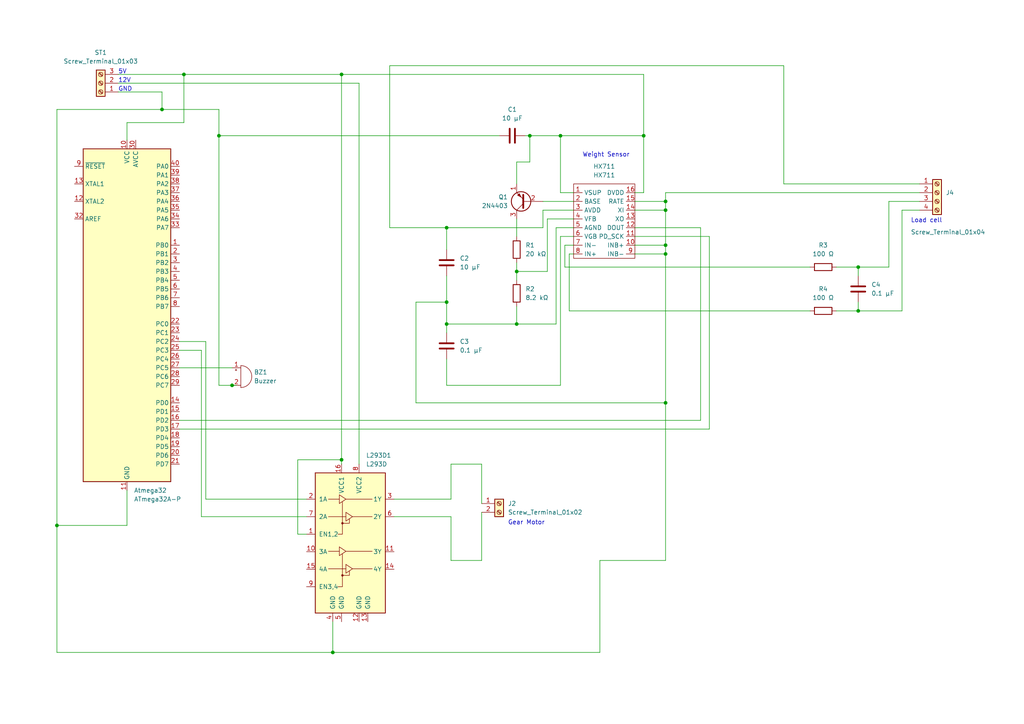
<source format=kicad_sch>
(kicad_sch (version 20211123) (generator eeschema)

  (uuid cccb6908-e975-44fd-8d0b-2bcea113e4be)

  (paper "A4")

  (title_block
    (title "Weight Sensor + Load Cell + Gear Motor + Motor driver")
  )

  (lib_symbols
    (symbol "Connector:Screw_Terminal_01x02" (pin_names (offset 1.016) hide) (in_bom yes) (on_board yes)
      (property "Reference" "J" (id 0) (at 0 2.54 0)
        (effects (font (size 1.27 1.27)))
      )
      (property "Value" "Screw_Terminal_01x02" (id 1) (at 0 -5.08 0)
        (effects (font (size 1.27 1.27)))
      )
      (property "Footprint" "" (id 2) (at 0 0 0)
        (effects (font (size 1.27 1.27)) hide)
      )
      (property "Datasheet" "~" (id 3) (at 0 0 0)
        (effects (font (size 1.27 1.27)) hide)
      )
      (property "ki_keywords" "screw terminal" (id 4) (at 0 0 0)
        (effects (font (size 1.27 1.27)) hide)
      )
      (property "ki_description" "Generic screw terminal, single row, 01x02, script generated (kicad-library-utils/schlib/autogen/connector/)" (id 5) (at 0 0 0)
        (effects (font (size 1.27 1.27)) hide)
      )
      (property "ki_fp_filters" "TerminalBlock*:*" (id 6) (at 0 0 0)
        (effects (font (size 1.27 1.27)) hide)
      )
      (symbol "Screw_Terminal_01x02_1_1"
        (rectangle (start -1.27 1.27) (end 1.27 -3.81)
          (stroke (width 0.254) (type default) (color 0 0 0 0))
          (fill (type background))
        )
        (circle (center 0 -2.54) (radius 0.635)
          (stroke (width 0.1524) (type default) (color 0 0 0 0))
          (fill (type none))
        )
        (polyline
          (pts
            (xy -0.5334 -2.2098)
            (xy 0.3302 -3.048)
          )
          (stroke (width 0.1524) (type default) (color 0 0 0 0))
          (fill (type none))
        )
        (polyline
          (pts
            (xy -0.5334 0.3302)
            (xy 0.3302 -0.508)
          )
          (stroke (width 0.1524) (type default) (color 0 0 0 0))
          (fill (type none))
        )
        (polyline
          (pts
            (xy -0.3556 -2.032)
            (xy 0.508 -2.8702)
          )
          (stroke (width 0.1524) (type default) (color 0 0 0 0))
          (fill (type none))
        )
        (polyline
          (pts
            (xy -0.3556 0.508)
            (xy 0.508 -0.3302)
          )
          (stroke (width 0.1524) (type default) (color 0 0 0 0))
          (fill (type none))
        )
        (circle (center 0 0) (radius 0.635)
          (stroke (width 0.1524) (type default) (color 0 0 0 0))
          (fill (type none))
        )
        (pin passive line (at -5.08 0 0) (length 3.81)
          (name "Pin_1" (effects (font (size 1.27 1.27))))
          (number "1" (effects (font (size 1.27 1.27))))
        )
        (pin passive line (at -5.08 -2.54 0) (length 3.81)
          (name "Pin_2" (effects (font (size 1.27 1.27))))
          (number "2" (effects (font (size 1.27 1.27))))
        )
      )
    )
    (symbol "Connector:Screw_Terminal_01x03" (pin_names (offset 1.016) hide) (in_bom yes) (on_board yes)
      (property "Reference" "J" (id 0) (at 0 5.08 0)
        (effects (font (size 1.27 1.27)))
      )
      (property "Value" "Screw_Terminal_01x03" (id 1) (at 0 -5.08 0)
        (effects (font (size 1.27 1.27)))
      )
      (property "Footprint" "" (id 2) (at 0 0 0)
        (effects (font (size 1.27 1.27)) hide)
      )
      (property "Datasheet" "~" (id 3) (at 0 0 0)
        (effects (font (size 1.27 1.27)) hide)
      )
      (property "ki_keywords" "screw terminal" (id 4) (at 0 0 0)
        (effects (font (size 1.27 1.27)) hide)
      )
      (property "ki_description" "Generic screw terminal, single row, 01x03, script generated (kicad-library-utils/schlib/autogen/connector/)" (id 5) (at 0 0 0)
        (effects (font (size 1.27 1.27)) hide)
      )
      (property "ki_fp_filters" "TerminalBlock*:*" (id 6) (at 0 0 0)
        (effects (font (size 1.27 1.27)) hide)
      )
      (symbol "Screw_Terminal_01x03_1_1"
        (rectangle (start -1.27 3.81) (end 1.27 -3.81)
          (stroke (width 0.254) (type default) (color 0 0 0 0))
          (fill (type background))
        )
        (circle (center 0 -2.54) (radius 0.635)
          (stroke (width 0.1524) (type default) (color 0 0 0 0))
          (fill (type none))
        )
        (polyline
          (pts
            (xy -0.5334 -2.2098)
            (xy 0.3302 -3.048)
          )
          (stroke (width 0.1524) (type default) (color 0 0 0 0))
          (fill (type none))
        )
        (polyline
          (pts
            (xy -0.5334 0.3302)
            (xy 0.3302 -0.508)
          )
          (stroke (width 0.1524) (type default) (color 0 0 0 0))
          (fill (type none))
        )
        (polyline
          (pts
            (xy -0.5334 2.8702)
            (xy 0.3302 2.032)
          )
          (stroke (width 0.1524) (type default) (color 0 0 0 0))
          (fill (type none))
        )
        (polyline
          (pts
            (xy -0.3556 -2.032)
            (xy 0.508 -2.8702)
          )
          (stroke (width 0.1524) (type default) (color 0 0 0 0))
          (fill (type none))
        )
        (polyline
          (pts
            (xy -0.3556 0.508)
            (xy 0.508 -0.3302)
          )
          (stroke (width 0.1524) (type default) (color 0 0 0 0))
          (fill (type none))
        )
        (polyline
          (pts
            (xy -0.3556 3.048)
            (xy 0.508 2.2098)
          )
          (stroke (width 0.1524) (type default) (color 0 0 0 0))
          (fill (type none))
        )
        (circle (center 0 0) (radius 0.635)
          (stroke (width 0.1524) (type default) (color 0 0 0 0))
          (fill (type none))
        )
        (circle (center 0 2.54) (radius 0.635)
          (stroke (width 0.1524) (type default) (color 0 0 0 0))
          (fill (type none))
        )
        (pin passive line (at -5.08 2.54 0) (length 3.81)
          (name "Pin_1" (effects (font (size 1.27 1.27))))
          (number "1" (effects (font (size 1.27 1.27))))
        )
        (pin passive line (at -5.08 0 0) (length 3.81)
          (name "Pin_2" (effects (font (size 1.27 1.27))))
          (number "2" (effects (font (size 1.27 1.27))))
        )
        (pin passive line (at -5.08 -2.54 0) (length 3.81)
          (name "Pin_3" (effects (font (size 1.27 1.27))))
          (number "3" (effects (font (size 1.27 1.27))))
        )
      )
    )
    (symbol "Connector:Screw_Terminal_01x04" (pin_names (offset 1.016) hide) (in_bom yes) (on_board yes)
      (property "Reference" "J" (id 0) (at 0 5.08 0)
        (effects (font (size 1.27 1.27)))
      )
      (property "Value" "Screw_Terminal_01x04" (id 1) (at 0 -7.62 0)
        (effects (font (size 1.27 1.27)))
      )
      (property "Footprint" "" (id 2) (at 0 0 0)
        (effects (font (size 1.27 1.27)) hide)
      )
      (property "Datasheet" "~" (id 3) (at 0 0 0)
        (effects (font (size 1.27 1.27)) hide)
      )
      (property "ki_keywords" "screw terminal" (id 4) (at 0 0 0)
        (effects (font (size 1.27 1.27)) hide)
      )
      (property "ki_description" "Generic screw terminal, single row, 01x04, script generated (kicad-library-utils/schlib/autogen/connector/)" (id 5) (at 0 0 0)
        (effects (font (size 1.27 1.27)) hide)
      )
      (property "ki_fp_filters" "TerminalBlock*:*" (id 6) (at 0 0 0)
        (effects (font (size 1.27 1.27)) hide)
      )
      (symbol "Screw_Terminal_01x04_1_1"
        (rectangle (start -1.27 3.81) (end 1.27 -6.35)
          (stroke (width 0.254) (type default) (color 0 0 0 0))
          (fill (type background))
        )
        (circle (center 0 -5.08) (radius 0.635)
          (stroke (width 0.1524) (type default) (color 0 0 0 0))
          (fill (type none))
        )
        (circle (center 0 -2.54) (radius 0.635)
          (stroke (width 0.1524) (type default) (color 0 0 0 0))
          (fill (type none))
        )
        (polyline
          (pts
            (xy -0.5334 -4.7498)
            (xy 0.3302 -5.588)
          )
          (stroke (width 0.1524) (type default) (color 0 0 0 0))
          (fill (type none))
        )
        (polyline
          (pts
            (xy -0.5334 -2.2098)
            (xy 0.3302 -3.048)
          )
          (stroke (width 0.1524) (type default) (color 0 0 0 0))
          (fill (type none))
        )
        (polyline
          (pts
            (xy -0.5334 0.3302)
            (xy 0.3302 -0.508)
          )
          (stroke (width 0.1524) (type default) (color 0 0 0 0))
          (fill (type none))
        )
        (polyline
          (pts
            (xy -0.5334 2.8702)
            (xy 0.3302 2.032)
          )
          (stroke (width 0.1524) (type default) (color 0 0 0 0))
          (fill (type none))
        )
        (polyline
          (pts
            (xy -0.3556 -4.572)
            (xy 0.508 -5.4102)
          )
          (stroke (width 0.1524) (type default) (color 0 0 0 0))
          (fill (type none))
        )
        (polyline
          (pts
            (xy -0.3556 -2.032)
            (xy 0.508 -2.8702)
          )
          (stroke (width 0.1524) (type default) (color 0 0 0 0))
          (fill (type none))
        )
        (polyline
          (pts
            (xy -0.3556 0.508)
            (xy 0.508 -0.3302)
          )
          (stroke (width 0.1524) (type default) (color 0 0 0 0))
          (fill (type none))
        )
        (polyline
          (pts
            (xy -0.3556 3.048)
            (xy 0.508 2.2098)
          )
          (stroke (width 0.1524) (type default) (color 0 0 0 0))
          (fill (type none))
        )
        (circle (center 0 0) (radius 0.635)
          (stroke (width 0.1524) (type default) (color 0 0 0 0))
          (fill (type none))
        )
        (circle (center 0 2.54) (radius 0.635)
          (stroke (width 0.1524) (type default) (color 0 0 0 0))
          (fill (type none))
        )
        (pin passive line (at -5.08 2.54 0) (length 3.81)
          (name "Pin_1" (effects (font (size 1.27 1.27))))
          (number "1" (effects (font (size 1.27 1.27))))
        )
        (pin passive line (at -5.08 0 0) (length 3.81)
          (name "Pin_2" (effects (font (size 1.27 1.27))))
          (number "2" (effects (font (size 1.27 1.27))))
        )
        (pin passive line (at -5.08 -2.54 0) (length 3.81)
          (name "Pin_3" (effects (font (size 1.27 1.27))))
          (number "3" (effects (font (size 1.27 1.27))))
        )
        (pin passive line (at -5.08 -5.08 0) (length 3.81)
          (name "Pin_4" (effects (font (size 1.27 1.27))))
          (number "4" (effects (font (size 1.27 1.27))))
        )
      )
    )
    (symbol "Device:Buzzer" (pin_names (offset 0.0254) hide) (in_bom yes) (on_board yes)
      (property "Reference" "BZ" (id 0) (at 3.81 1.27 0)
        (effects (font (size 1.27 1.27)) (justify left))
      )
      (property "Value" "Buzzer" (id 1) (at 3.81 -1.27 0)
        (effects (font (size 1.27 1.27)) (justify left))
      )
      (property "Footprint" "" (id 2) (at -0.635 2.54 90)
        (effects (font (size 1.27 1.27)) hide)
      )
      (property "Datasheet" "~" (id 3) (at -0.635 2.54 90)
        (effects (font (size 1.27 1.27)) hide)
      )
      (property "ki_keywords" "quartz resonator ceramic" (id 4) (at 0 0 0)
        (effects (font (size 1.27 1.27)) hide)
      )
      (property "ki_description" "Buzzer, polarized" (id 5) (at 0 0 0)
        (effects (font (size 1.27 1.27)) hide)
      )
      (property "ki_fp_filters" "*Buzzer*" (id 6) (at 0 0 0)
        (effects (font (size 1.27 1.27)) hide)
      )
      (symbol "Buzzer_0_1"
        (arc (start 0 -3.175) (mid 3.175 0) (end 0 3.175)
          (stroke (width 0) (type default) (color 0 0 0 0))
          (fill (type none))
        )
        (polyline
          (pts
            (xy -1.651 1.905)
            (xy -1.143 1.905)
          )
          (stroke (width 0) (type default) (color 0 0 0 0))
          (fill (type none))
        )
        (polyline
          (pts
            (xy -1.397 2.159)
            (xy -1.397 1.651)
          )
          (stroke (width 0) (type default) (color 0 0 0 0))
          (fill (type none))
        )
        (polyline
          (pts
            (xy 0 3.175)
            (xy 0 -3.175)
          )
          (stroke (width 0) (type default) (color 0 0 0 0))
          (fill (type none))
        )
      )
      (symbol "Buzzer_1_1"
        (pin passive line (at -2.54 2.54 0) (length 2.54)
          (name "-" (effects (font (size 1.27 1.27))))
          (number "1" (effects (font (size 1.27 1.27))))
        )
        (pin passive line (at -2.54 -2.54 0) (length 2.54)
          (name "+" (effects (font (size 1.27 1.27))))
          (number "2" (effects (font (size 1.27 1.27))))
        )
      )
    )
    (symbol "Device:C" (pin_numbers hide) (pin_names (offset 0.254)) (in_bom yes) (on_board yes)
      (property "Reference" "C" (id 0) (at 0.635 2.54 0)
        (effects (font (size 1.27 1.27)) (justify left))
      )
      (property "Value" "C" (id 1) (at 0.635 -2.54 0)
        (effects (font (size 1.27 1.27)) (justify left))
      )
      (property "Footprint" "" (id 2) (at 0.9652 -3.81 0)
        (effects (font (size 1.27 1.27)) hide)
      )
      (property "Datasheet" "~" (id 3) (at 0 0 0)
        (effects (font (size 1.27 1.27)) hide)
      )
      (property "ki_keywords" "cap capacitor" (id 4) (at 0 0 0)
        (effects (font (size 1.27 1.27)) hide)
      )
      (property "ki_description" "Unpolarized capacitor" (id 5) (at 0 0 0)
        (effects (font (size 1.27 1.27)) hide)
      )
      (property "ki_fp_filters" "C_*" (id 6) (at 0 0 0)
        (effects (font (size 1.27 1.27)) hide)
      )
      (symbol "C_0_1"
        (polyline
          (pts
            (xy -2.032 -0.762)
            (xy 2.032 -0.762)
          )
          (stroke (width 0.508) (type default) (color 0 0 0 0))
          (fill (type none))
        )
        (polyline
          (pts
            (xy -2.032 0.762)
            (xy 2.032 0.762)
          )
          (stroke (width 0.508) (type default) (color 0 0 0 0))
          (fill (type none))
        )
      )
      (symbol "C_1_1"
        (pin passive line (at 0 3.81 270) (length 2.794)
          (name "~" (effects (font (size 1.27 1.27))))
          (number "1" (effects (font (size 1.27 1.27))))
        )
        (pin passive line (at 0 -3.81 90) (length 2.794)
          (name "~" (effects (font (size 1.27 1.27))))
          (number "2" (effects (font (size 1.27 1.27))))
        )
      )
    )
    (symbol "Device:R" (pin_numbers hide) (pin_names (offset 0)) (in_bom yes) (on_board yes)
      (property "Reference" "R" (id 0) (at 2.032 0 90)
        (effects (font (size 1.27 1.27)))
      )
      (property "Value" "R" (id 1) (at 0 0 90)
        (effects (font (size 1.27 1.27)))
      )
      (property "Footprint" "" (id 2) (at -1.778 0 90)
        (effects (font (size 1.27 1.27)) hide)
      )
      (property "Datasheet" "~" (id 3) (at 0 0 0)
        (effects (font (size 1.27 1.27)) hide)
      )
      (property "ki_keywords" "R res resistor" (id 4) (at 0 0 0)
        (effects (font (size 1.27 1.27)) hide)
      )
      (property "ki_description" "Resistor" (id 5) (at 0 0 0)
        (effects (font (size 1.27 1.27)) hide)
      )
      (property "ki_fp_filters" "R_*" (id 6) (at 0 0 0)
        (effects (font (size 1.27 1.27)) hide)
      )
      (symbol "R_0_1"
        (rectangle (start -1.016 -2.54) (end 1.016 2.54)
          (stroke (width 0.254) (type default) (color 0 0 0 0))
          (fill (type none))
        )
      )
      (symbol "R_1_1"
        (pin passive line (at 0 3.81 270) (length 1.27)
          (name "~" (effects (font (size 1.27 1.27))))
          (number "1" (effects (font (size 1.27 1.27))))
        )
        (pin passive line (at 0 -3.81 90) (length 1.27)
          (name "~" (effects (font (size 1.27 1.27))))
          (number "2" (effects (font (size 1.27 1.27))))
        )
      )
    )
    (symbol "Driver_Motor:L293D" (pin_names (offset 1.016)) (in_bom yes) (on_board yes)
      (property "Reference" "U" (id 0) (at -5.08 26.035 0)
        (effects (font (size 1.27 1.27)) (justify right))
      )
      (property "Value" "L293D" (id 1) (at -5.08 24.13 0)
        (effects (font (size 1.27 1.27)) (justify right))
      )
      (property "Footprint" "Package_DIP:DIP-16_W7.62mm" (id 2) (at 6.35 -19.05 0)
        (effects (font (size 1.27 1.27)) (justify left) hide)
      )
      (property "Datasheet" "http://www.ti.com/lit/ds/symlink/l293.pdf" (id 3) (at -7.62 17.78 0)
        (effects (font (size 1.27 1.27)) hide)
      )
      (property "ki_keywords" "Half-H Driver Motor" (id 4) (at 0 0 0)
        (effects (font (size 1.27 1.27)) hide)
      )
      (property "ki_description" "Quadruple Half-H Drivers" (id 5) (at 0 0 0)
        (effects (font (size 1.27 1.27)) hide)
      )
      (property "ki_fp_filters" "DIP*W7.62mm*" (id 6) (at 0 0 0)
        (effects (font (size 1.27 1.27)) hide)
      )
      (symbol "L293D_0_1"
        (rectangle (start -10.16 22.86) (end 10.16 -17.78)
          (stroke (width 0.254) (type default) (color 0 0 0 0))
          (fill (type background))
        )
        (circle (center -2.286 -6.858) (radius 0.254)
          (stroke (width 0) (type default) (color 0 0 0 0))
          (fill (type outline))
        )
        (circle (center -2.286 8.255) (radius 0.254)
          (stroke (width 0) (type default) (color 0 0 0 0))
          (fill (type outline))
        )
        (polyline
          (pts
            (xy -6.35 -4.953)
            (xy -1.27 -4.953)
          )
          (stroke (width 0) (type default) (color 0 0 0 0))
          (fill (type none))
        )
        (polyline
          (pts
            (xy -6.35 0.127)
            (xy -3.175 0.127)
          )
          (stroke (width 0) (type default) (color 0 0 0 0))
          (fill (type none))
        )
        (polyline
          (pts
            (xy -6.35 10.16)
            (xy -1.27 10.16)
          )
          (stroke (width 0) (type default) (color 0 0 0 0))
          (fill (type none))
        )
        (polyline
          (pts
            (xy -6.35 15.24)
            (xy -3.175 15.24)
          )
          (stroke (width 0) (type default) (color 0 0 0 0))
          (fill (type none))
        )
        (polyline
          (pts
            (xy -1.27 0.127)
            (xy 6.35 0.127)
          )
          (stroke (width 0) (type default) (color 0 0 0 0))
          (fill (type none))
        )
        (polyline
          (pts
            (xy -1.27 15.24)
            (xy 6.35 15.24)
          )
          (stroke (width 0) (type default) (color 0 0 0 0))
          (fill (type none))
        )
        (polyline
          (pts
            (xy 0.635 -4.953)
            (xy 6.35 -4.953)
          )
          (stroke (width 0) (type default) (color 0 0 0 0))
          (fill (type none))
        )
        (polyline
          (pts
            (xy 0.635 10.16)
            (xy 6.35 10.16)
          )
          (stroke (width 0) (type default) (color 0 0 0 0))
          (fill (type none))
        )
        (polyline
          (pts
            (xy -2.286 -6.858)
            (xy -0.254 -6.858)
            (xy -0.254 -5.588)
          )
          (stroke (width 0) (type default) (color 0 0 0 0))
          (fill (type none))
        )
        (polyline
          (pts
            (xy -2.286 -0.635)
            (xy -2.286 -10.16)
            (xy -3.556 -10.16)
          )
          (stroke (width 0) (type default) (color 0 0 0 0))
          (fill (type none))
        )
        (polyline
          (pts
            (xy -2.286 8.255)
            (xy -0.254 8.255)
            (xy -0.254 9.525)
          )
          (stroke (width 0) (type default) (color 0 0 0 0))
          (fill (type none))
        )
        (polyline
          (pts
            (xy -2.286 14.478)
            (xy -2.286 5.08)
            (xy -3.556 5.08)
          )
          (stroke (width 0) (type default) (color 0 0 0 0))
          (fill (type none))
        )
        (polyline
          (pts
            (xy -3.175 1.397)
            (xy -3.175 -1.143)
            (xy -1.27 0.127)
            (xy -3.175 1.397)
          )
          (stroke (width 0) (type default) (color 0 0 0 0))
          (fill (type none))
        )
        (polyline
          (pts
            (xy -3.175 16.51)
            (xy -3.175 13.97)
            (xy -1.27 15.24)
            (xy -3.175 16.51)
          )
          (stroke (width 0) (type default) (color 0 0 0 0))
          (fill (type none))
        )
        (polyline
          (pts
            (xy -1.27 -3.683)
            (xy -1.27 -6.223)
            (xy 0.635 -4.953)
            (xy -1.27 -3.683)
          )
          (stroke (width 0) (type default) (color 0 0 0 0))
          (fill (type none))
        )
        (polyline
          (pts
            (xy -1.27 11.43)
            (xy -1.27 8.89)
            (xy 0.635 10.16)
            (xy -1.27 11.43)
          )
          (stroke (width 0) (type default) (color 0 0 0 0))
          (fill (type none))
        )
      )
      (symbol "L293D_1_1"
        (pin input line (at -12.7 5.08 0) (length 2.54)
          (name "EN1,2" (effects (font (size 1.27 1.27))))
          (number "1" (effects (font (size 1.27 1.27))))
        )
        (pin input line (at -12.7 0 0) (length 2.54)
          (name "3A" (effects (font (size 1.27 1.27))))
          (number "10" (effects (font (size 1.27 1.27))))
        )
        (pin output line (at 12.7 0 180) (length 2.54)
          (name "3Y" (effects (font (size 1.27 1.27))))
          (number "11" (effects (font (size 1.27 1.27))))
        )
        (pin power_in line (at 2.54 -20.32 90) (length 2.54)
          (name "GND" (effects (font (size 1.27 1.27))))
          (number "12" (effects (font (size 1.27 1.27))))
        )
        (pin power_in line (at 5.08 -20.32 90) (length 2.54)
          (name "GND" (effects (font (size 1.27 1.27))))
          (number "13" (effects (font (size 1.27 1.27))))
        )
        (pin output line (at 12.7 -5.08 180) (length 2.54)
          (name "4Y" (effects (font (size 1.27 1.27))))
          (number "14" (effects (font (size 1.27 1.27))))
        )
        (pin input line (at -12.7 -5.08 0) (length 2.54)
          (name "4A" (effects (font (size 1.27 1.27))))
          (number "15" (effects (font (size 1.27 1.27))))
        )
        (pin power_in line (at -2.54 25.4 270) (length 2.54)
          (name "VCC1" (effects (font (size 1.27 1.27))))
          (number "16" (effects (font (size 1.27 1.27))))
        )
        (pin input line (at -12.7 15.24 0) (length 2.54)
          (name "1A" (effects (font (size 1.27 1.27))))
          (number "2" (effects (font (size 1.27 1.27))))
        )
        (pin output line (at 12.7 15.24 180) (length 2.54)
          (name "1Y" (effects (font (size 1.27 1.27))))
          (number "3" (effects (font (size 1.27 1.27))))
        )
        (pin power_in line (at -5.08 -20.32 90) (length 2.54)
          (name "GND" (effects (font (size 1.27 1.27))))
          (number "4" (effects (font (size 1.27 1.27))))
        )
        (pin power_in line (at -2.54 -20.32 90) (length 2.54)
          (name "GND" (effects (font (size 1.27 1.27))))
          (number "5" (effects (font (size 1.27 1.27))))
        )
        (pin output line (at 12.7 10.16 180) (length 2.54)
          (name "2Y" (effects (font (size 1.27 1.27))))
          (number "6" (effects (font (size 1.27 1.27))))
        )
        (pin input line (at -12.7 10.16 0) (length 2.54)
          (name "2A" (effects (font (size 1.27 1.27))))
          (number "7" (effects (font (size 1.27 1.27))))
        )
        (pin power_in line (at 2.54 25.4 270) (length 2.54)
          (name "VCC2" (effects (font (size 1.27 1.27))))
          (number "8" (effects (font (size 1.27 1.27))))
        )
        (pin input line (at -12.7 -10.16 0) (length 2.54)
          (name "EN3,4" (effects (font (size 1.27 1.27))))
          (number "9" (effects (font (size 1.27 1.27))))
        )
      )
    )
    (symbol "HX711:HX711" (in_bom yes) (on_board yes)
      (property "Reference" "U" (id 0) (at 0 0 0)
        (effects (font (size 1.27 1.27)))
      )
      (property "Value" "HX711" (id 1) (at 3.81 0 0)
        (effects (font (size 1.27 1.27)))
      )
      (property "Footprint" "HX711:HX711" (id 2) (at 0 0 0)
        (effects (font (size 1.27 1.27)) hide)
      )
      (property "Datasheet" "https://cdn.sparkfun.com/datasheets/Sensors/ForceFlex/hx711_english.pdf" (id 3) (at 0 0 0)
        (effects (font (size 1.27 1.27)) hide)
      )
      (symbol "HX711_0_1"
        (rectangle (start -5.08 -1.27) (end 12.7 -22.86)
          (stroke (width 0) (type default) (color 0 0 0 0))
          (fill (type none))
        )
      )
      (symbol "HX711_1_1"
        (pin power_in line (at -5.08 -3.81 0) (length 2.54)
          (name "VSUP" (effects (font (size 1.27 1.27))))
          (number "1" (effects (font (size 1.27 1.27))))
        )
        (pin input line (at 12.7 -19.05 180) (length 2.54)
          (name "INB+" (effects (font (size 1.27 1.27))))
          (number "10" (effects (font (size 1.27 1.27))))
        )
        (pin input line (at 12.7 -16.51 180) (length 2.54)
          (name "PD_SCK" (effects (font (size 1.27 1.27))))
          (number "11" (effects (font (size 1.27 1.27))))
        )
        (pin output line (at 12.7 -13.97 180) (length 2.54)
          (name "DOUT" (effects (font (size 1.27 1.27))))
          (number "12" (effects (font (size 1.27 1.27))))
        )
        (pin bidirectional line (at 12.7 -11.43 180) (length 2.54)
          (name "XO" (effects (font (size 1.27 1.27))))
          (number "13" (effects (font (size 1.27 1.27))))
        )
        (pin input line (at 12.7 -8.89 180) (length 2.54)
          (name "XI" (effects (font (size 1.27 1.27))))
          (number "14" (effects (font (size 1.27 1.27))))
        )
        (pin input line (at 12.7 -6.35 180) (length 2.54)
          (name "RATE" (effects (font (size 1.27 1.27))))
          (number "15" (effects (font (size 1.27 1.27))))
        )
        (pin power_in line (at 12.7 -3.81 180) (length 2.54)
          (name "DVDD" (effects (font (size 1.27 1.27))))
          (number "16" (effects (font (size 1.27 1.27))))
        )
        (pin output line (at -5.08 -6.35 0) (length 2.54)
          (name "BASE" (effects (font (size 1.27 1.27))))
          (number "2" (effects (font (size 1.27 1.27))))
        )
        (pin output line (at -5.08 -8.89 0) (length 2.54)
          (name "AVDD" (effects (font (size 1.27 1.27))))
          (number "3" (effects (font (size 1.27 1.27))))
        )
        (pin input line (at -5.08 -11.43 0) (length 2.54)
          (name "VFB" (effects (font (size 1.27 1.27))))
          (number "4" (effects (font (size 1.27 1.27))))
        )
        (pin output line (at -5.08 -13.97 0) (length 2.54)
          (name "AGND" (effects (font (size 1.27 1.27))))
          (number "5" (effects (font (size 1.27 1.27))))
        )
        (pin output line (at -5.08 -16.51 0) (length 2.54)
          (name "VGB" (effects (font (size 1.27 1.27))))
          (number "6" (effects (font (size 1.27 1.27))))
        )
        (pin input line (at -5.08 -19.05 0) (length 2.54)
          (name "IN-" (effects (font (size 1.27 1.27))))
          (number "7" (effects (font (size 1.27 1.27))))
        )
        (pin input line (at -5.08 -21.59 0) (length 2.54)
          (name "IN+" (effects (font (size 1.27 1.27))))
          (number "8" (effects (font (size 1.27 1.27))))
        )
        (pin input line (at 12.7 -21.59 180) (length 2.54)
          (name "INB-" (effects (font (size 1.27 1.27))))
          (number "9" (effects (font (size 1.27 1.27))))
        )
      )
    )
    (symbol "MCU_Microchip_ATmega:ATmega32A-P" (in_bom yes) (on_board yes)
      (property "Reference" "U" (id 0) (at -12.7 49.53 0)
        (effects (font (size 1.27 1.27)) (justify left bottom))
      )
      (property "Value" "ATmega32A-P" (id 1) (at 2.54 -49.53 0)
        (effects (font (size 1.27 1.27)) (justify left top))
      )
      (property "Footprint" "Package_DIP:DIP-40_W15.24mm" (id 2) (at 0 0 0)
        (effects (font (size 1.27 1.27) italic) hide)
      )
      (property "Datasheet" "http://ww1.microchip.com/downloads/en/DeviceDoc/atmel-8155-8-bit-microcontroller-avr-atmega32a_datasheet.pdf" (id 3) (at 0 0 0)
        (effects (font (size 1.27 1.27)) hide)
      )
      (property "ki_keywords" "AVR 8bit Microcontroller MegaAVR" (id 4) (at 0 0 0)
        (effects (font (size 1.27 1.27)) hide)
      )
      (property "ki_description" "16MHz, 32kB Flash, 2kB SRAM, 1kB EEPROM, JTAG, DIP-40" (id 5) (at 0 0 0)
        (effects (font (size 1.27 1.27)) hide)
      )
      (property "ki_fp_filters" "DIP*W15.24mm*" (id 6) (at 0 0 0)
        (effects (font (size 1.27 1.27)) hide)
      )
      (symbol "ATmega32A-P_0_1"
        (rectangle (start -12.7 -48.26) (end 12.7 48.26)
          (stroke (width 0.254) (type default) (color 0 0 0 0))
          (fill (type background))
        )
      )
      (symbol "ATmega32A-P_1_1"
        (pin bidirectional line (at 15.24 20.32 180) (length 2.54)
          (name "PB0" (effects (font (size 1.27 1.27))))
          (number "1" (effects (font (size 1.27 1.27))))
        )
        (pin power_in line (at 0 50.8 270) (length 2.54)
          (name "VCC" (effects (font (size 1.27 1.27))))
          (number "10" (effects (font (size 1.27 1.27))))
        )
        (pin power_in line (at 0 -50.8 90) (length 2.54)
          (name "GND" (effects (font (size 1.27 1.27))))
          (number "11" (effects (font (size 1.27 1.27))))
        )
        (pin output line (at -15.24 33.02 0) (length 2.54)
          (name "XTAL2" (effects (font (size 1.27 1.27))))
          (number "12" (effects (font (size 1.27 1.27))))
        )
        (pin input line (at -15.24 38.1 0) (length 2.54)
          (name "XTAL1" (effects (font (size 1.27 1.27))))
          (number "13" (effects (font (size 1.27 1.27))))
        )
        (pin bidirectional line (at 15.24 -25.4 180) (length 2.54)
          (name "PD0" (effects (font (size 1.27 1.27))))
          (number "14" (effects (font (size 1.27 1.27))))
        )
        (pin bidirectional line (at 15.24 -27.94 180) (length 2.54)
          (name "PD1" (effects (font (size 1.27 1.27))))
          (number "15" (effects (font (size 1.27 1.27))))
        )
        (pin bidirectional line (at 15.24 -30.48 180) (length 2.54)
          (name "PD2" (effects (font (size 1.27 1.27))))
          (number "16" (effects (font (size 1.27 1.27))))
        )
        (pin bidirectional line (at 15.24 -33.02 180) (length 2.54)
          (name "PD3" (effects (font (size 1.27 1.27))))
          (number "17" (effects (font (size 1.27 1.27))))
        )
        (pin bidirectional line (at 15.24 -35.56 180) (length 2.54)
          (name "PD4" (effects (font (size 1.27 1.27))))
          (number "18" (effects (font (size 1.27 1.27))))
        )
        (pin bidirectional line (at 15.24 -38.1 180) (length 2.54)
          (name "PD5" (effects (font (size 1.27 1.27))))
          (number "19" (effects (font (size 1.27 1.27))))
        )
        (pin bidirectional line (at 15.24 17.78 180) (length 2.54)
          (name "PB1" (effects (font (size 1.27 1.27))))
          (number "2" (effects (font (size 1.27 1.27))))
        )
        (pin bidirectional line (at 15.24 -40.64 180) (length 2.54)
          (name "PD6" (effects (font (size 1.27 1.27))))
          (number "20" (effects (font (size 1.27 1.27))))
        )
        (pin bidirectional line (at 15.24 -43.18 180) (length 2.54)
          (name "PD7" (effects (font (size 1.27 1.27))))
          (number "21" (effects (font (size 1.27 1.27))))
        )
        (pin bidirectional line (at 15.24 -2.54 180) (length 2.54)
          (name "PC0" (effects (font (size 1.27 1.27))))
          (number "22" (effects (font (size 1.27 1.27))))
        )
        (pin bidirectional line (at 15.24 -5.08 180) (length 2.54)
          (name "PC1" (effects (font (size 1.27 1.27))))
          (number "23" (effects (font (size 1.27 1.27))))
        )
        (pin bidirectional line (at 15.24 -7.62 180) (length 2.54)
          (name "PC2" (effects (font (size 1.27 1.27))))
          (number "24" (effects (font (size 1.27 1.27))))
        )
        (pin bidirectional line (at 15.24 -10.16 180) (length 2.54)
          (name "PC3" (effects (font (size 1.27 1.27))))
          (number "25" (effects (font (size 1.27 1.27))))
        )
        (pin bidirectional line (at 15.24 -12.7 180) (length 2.54)
          (name "PC4" (effects (font (size 1.27 1.27))))
          (number "26" (effects (font (size 1.27 1.27))))
        )
        (pin bidirectional line (at 15.24 -15.24 180) (length 2.54)
          (name "PC5" (effects (font (size 1.27 1.27))))
          (number "27" (effects (font (size 1.27 1.27))))
        )
        (pin bidirectional line (at 15.24 -17.78 180) (length 2.54)
          (name "PC6" (effects (font (size 1.27 1.27))))
          (number "28" (effects (font (size 1.27 1.27))))
        )
        (pin bidirectional line (at 15.24 -20.32 180) (length 2.54)
          (name "PC7" (effects (font (size 1.27 1.27))))
          (number "29" (effects (font (size 1.27 1.27))))
        )
        (pin bidirectional line (at 15.24 15.24 180) (length 2.54)
          (name "PB2" (effects (font (size 1.27 1.27))))
          (number "3" (effects (font (size 1.27 1.27))))
        )
        (pin power_in line (at 2.54 50.8 270) (length 2.54)
          (name "AVCC" (effects (font (size 1.27 1.27))))
          (number "30" (effects (font (size 1.27 1.27))))
        )
        (pin passive line (at 0 -50.8 90) (length 2.54) hide
          (name "GND" (effects (font (size 1.27 1.27))))
          (number "31" (effects (font (size 1.27 1.27))))
        )
        (pin passive line (at -15.24 27.94 0) (length 2.54)
          (name "AREF" (effects (font (size 1.27 1.27))))
          (number "32" (effects (font (size 1.27 1.27))))
        )
        (pin bidirectional line (at 15.24 25.4 180) (length 2.54)
          (name "PA7" (effects (font (size 1.27 1.27))))
          (number "33" (effects (font (size 1.27 1.27))))
        )
        (pin bidirectional line (at 15.24 27.94 180) (length 2.54)
          (name "PA6" (effects (font (size 1.27 1.27))))
          (number "34" (effects (font (size 1.27 1.27))))
        )
        (pin bidirectional line (at 15.24 30.48 180) (length 2.54)
          (name "PA5" (effects (font (size 1.27 1.27))))
          (number "35" (effects (font (size 1.27 1.27))))
        )
        (pin bidirectional line (at 15.24 33.02 180) (length 2.54)
          (name "PA4" (effects (font (size 1.27 1.27))))
          (number "36" (effects (font (size 1.27 1.27))))
        )
        (pin bidirectional line (at 15.24 35.56 180) (length 2.54)
          (name "PA3" (effects (font (size 1.27 1.27))))
          (number "37" (effects (font (size 1.27 1.27))))
        )
        (pin bidirectional line (at 15.24 38.1 180) (length 2.54)
          (name "PA2" (effects (font (size 1.27 1.27))))
          (number "38" (effects (font (size 1.27 1.27))))
        )
        (pin bidirectional line (at 15.24 40.64 180) (length 2.54)
          (name "PA1" (effects (font (size 1.27 1.27))))
          (number "39" (effects (font (size 1.27 1.27))))
        )
        (pin bidirectional line (at 15.24 12.7 180) (length 2.54)
          (name "PB3" (effects (font (size 1.27 1.27))))
          (number "4" (effects (font (size 1.27 1.27))))
        )
        (pin bidirectional line (at 15.24 43.18 180) (length 2.54)
          (name "PA0" (effects (font (size 1.27 1.27))))
          (number "40" (effects (font (size 1.27 1.27))))
        )
        (pin bidirectional line (at 15.24 10.16 180) (length 2.54)
          (name "PB4" (effects (font (size 1.27 1.27))))
          (number "5" (effects (font (size 1.27 1.27))))
        )
        (pin bidirectional line (at 15.24 7.62 180) (length 2.54)
          (name "PB5" (effects (font (size 1.27 1.27))))
          (number "6" (effects (font (size 1.27 1.27))))
        )
        (pin bidirectional line (at 15.24 5.08 180) (length 2.54)
          (name "PB6" (effects (font (size 1.27 1.27))))
          (number "7" (effects (font (size 1.27 1.27))))
        )
        (pin bidirectional line (at 15.24 2.54 180) (length 2.54)
          (name "PB7" (effects (font (size 1.27 1.27))))
          (number "8" (effects (font (size 1.27 1.27))))
        )
        (pin input line (at -15.24 43.18 0) (length 2.54)
          (name "~{RESET}" (effects (font (size 1.27 1.27))))
          (number "9" (effects (font (size 1.27 1.27))))
        )
      )
    )
    (symbol "Transistor_BJT:2N3905" (pin_names (offset 0) hide) (in_bom yes) (on_board yes)
      (property "Reference" "Q" (id 0) (at 5.08 1.905 0)
        (effects (font (size 1.27 1.27)) (justify left))
      )
      (property "Value" "2N3905" (id 1) (at 5.08 0 0)
        (effects (font (size 1.27 1.27)) (justify left))
      )
      (property "Footprint" "Package_TO_SOT_THT:TO-92_Inline" (id 2) (at 5.08 -1.905 0)
        (effects (font (size 1.27 1.27) italic) (justify left) hide)
      )
      (property "Datasheet" "https://www.nteinc.com/specs/original/2N3905_06.pdf" (id 3) (at 0 0 0)
        (effects (font (size 1.27 1.27)) (justify left) hide)
      )
      (property "ki_keywords" "PNP Transistor" (id 4) (at 0 0 0)
        (effects (font (size 1.27 1.27)) hide)
      )
      (property "ki_description" "-0.2A Ic, -40V Vce, Small Signal PNP Transistor, TO-92" (id 5) (at 0 0 0)
        (effects (font (size 1.27 1.27)) hide)
      )
      (property "ki_fp_filters" "TO?92*" (id 6) (at 0 0 0)
        (effects (font (size 1.27 1.27)) hide)
      )
      (symbol "2N3905_0_1"
        (polyline
          (pts
            (xy 0.635 0.635)
            (xy 2.54 2.54)
          )
          (stroke (width 0) (type default) (color 0 0 0 0))
          (fill (type none))
        )
        (polyline
          (pts
            (xy 0.635 -0.635)
            (xy 2.54 -2.54)
            (xy 2.54 -2.54)
          )
          (stroke (width 0) (type default) (color 0 0 0 0))
          (fill (type none))
        )
        (polyline
          (pts
            (xy 0.635 1.905)
            (xy 0.635 -1.905)
            (xy 0.635 -1.905)
          )
          (stroke (width 0.508) (type default) (color 0 0 0 0))
          (fill (type none))
        )
        (polyline
          (pts
            (xy 2.286 -1.778)
            (xy 1.778 -2.286)
            (xy 1.27 -1.27)
            (xy 2.286 -1.778)
            (xy 2.286 -1.778)
          )
          (stroke (width 0) (type default) (color 0 0 0 0))
          (fill (type outline))
        )
        (circle (center 1.27 0) (radius 2.8194)
          (stroke (width 0.254) (type default) (color 0 0 0 0))
          (fill (type none))
        )
      )
      (symbol "2N3905_1_1"
        (pin passive line (at 2.54 -5.08 90) (length 2.54)
          (name "E" (effects (font (size 1.27 1.27))))
          (number "1" (effects (font (size 1.27 1.27))))
        )
        (pin input line (at -5.08 0 0) (length 5.715)
          (name "B" (effects (font (size 1.27 1.27))))
          (number "2" (effects (font (size 1.27 1.27))))
        )
        (pin passive line (at 2.54 5.08 270) (length 2.54)
          (name "C" (effects (font (size 1.27 1.27))))
          (number "3" (effects (font (size 1.27 1.27))))
        )
      )
    )
  )

  (junction (at 248.92 90.17) (diameter 0) (color 0 0 0 0)
    (uuid 0867c357-5114-4d73-9c21-d6e1bfac9af0)
  )
  (junction (at 149.86 93.98) (diameter 0) (color 0 0 0 0)
    (uuid 0e9602cc-8420-4f43-aa4e-4a0399883cb3)
  )
  (junction (at 99.06 21.59) (diameter 0) (color 0 0 0 0)
    (uuid 0f68a9e1-d6fd-4f12-8005-5e958ff4b8c5)
  )
  (junction (at 193.04 116.84) (diameter 0) (color 0 0 0 0)
    (uuid 116acef9-225f-4c30-9f68-2d05048d790a)
  )
  (junction (at 149.86 78.74) (diameter 0) (color 0 0 0 0)
    (uuid 1bf9957b-3e81-4d9d-9cc9-13260c754210)
  )
  (junction (at 248.92 77.47) (diameter 0) (color 0 0 0 0)
    (uuid 287fc090-78de-436a-ab38-bf36b74881ef)
  )
  (junction (at 153.67 39.37) (diameter 0) (color 0 0 0 0)
    (uuid 2f9d60a9-ae03-4d6f-994b-06add43a9e38)
  )
  (junction (at 99.06 133.35) (diameter 0) (color 0 0 0 0)
    (uuid 659e86fa-e97b-41f3-8aad-3f67dec3d91f)
  )
  (junction (at 193.04 73.66) (diameter 0) (color 0 0 0 0)
    (uuid 72f5c697-f6d5-43c3-8e3b-91f2028f2cdd)
  )
  (junction (at 16.51 152.4) (diameter 0) (color 0 0 0 0)
    (uuid 75e207c1-7804-4372-87cc-c3cb86bb3d04)
  )
  (junction (at 162.56 39.37) (diameter 0) (color 0 0 0 0)
    (uuid 7766bc77-2238-4b68-bee4-a793dba03012)
  )
  (junction (at 193.04 71.12) (diameter 0) (color 0 0 0 0)
    (uuid 818f4e43-06c6-45d4-8104-072b57d89b39)
  )
  (junction (at 186.69 39.37) (diameter 0) (color 0 0 0 0)
    (uuid 8548149a-50e4-4470-a8ab-1cd18637305d)
  )
  (junction (at 129.54 87.63) (diameter 0) (color 0 0 0 0)
    (uuid 87b3fdbe-72dc-43ab-b464-cc580e734ff3)
  )
  (junction (at 53.34 21.59) (diameter 0) (color 0 0 0 0)
    (uuid 905bc2b2-88a7-4dbb-8be9-12e51b36b449)
  )
  (junction (at 193.04 58.42) (diameter 0) (color 0 0 0 0)
    (uuid 98d17d9e-6177-4a67-995c-6792154a1320)
  )
  (junction (at 63.5 39.37) (diameter 0) (color 0 0 0 0)
    (uuid b4d1b275-aac3-45b0-b2ef-37ebfd925173)
  )
  (junction (at 129.54 93.98) (diameter 0) (color 0 0 0 0)
    (uuid cbf8cea9-5473-4366-9242-6372892e3ba3)
  )
  (junction (at 193.04 60.96) (diameter 0) (color 0 0 0 0)
    (uuid d58875bb-473e-4ef5-a419-42a28a9ea4cc)
  )
  (junction (at 129.54 66.04) (diameter 0) (color 0 0 0 0)
    (uuid e10c5438-d05b-4a12-b642-0c91bb51ec6e)
  )
  (junction (at 67.31 111.76) (diameter 0) (color 0 0 0 0)
    (uuid e2c976fc-7bb8-44aa-b8fa-8708072c92f4)
  )
  (junction (at 46.99 31.75) (diameter 0) (color 0 0 0 0)
    (uuid f8f8baae-7a6e-46fd-895c-ab2655b8b259)
  )
  (junction (at 96.52 189.23) (diameter 0) (color 0 0 0 0)
    (uuid fd1147d0-17a0-4078-85ca-2d09fe13299a)
  )

  (wire (pts (xy 120.65 87.63) (xy 129.54 87.63))
    (stroke (width 0) (type default) (color 0 0 0 0))
    (uuid 002573ba-53d6-4135-a9df-5ce9b946b81c)
  )
  (wire (pts (xy 130.81 144.78) (xy 130.81 134.62))
    (stroke (width 0) (type default) (color 0 0 0 0))
    (uuid 00a27bc3-99c6-4aab-b891-46169616cce2)
  )
  (wire (pts (xy 157.48 66.04) (xy 129.54 66.04))
    (stroke (width 0) (type default) (color 0 0 0 0))
    (uuid 025000f0-187f-42ea-9664-391ca417f957)
  )
  (wire (pts (xy 165.1 73.66) (xy 166.37 73.66))
    (stroke (width 0) (type default) (color 0 0 0 0))
    (uuid 04363c57-74ee-495c-887f-5c1b863f0770)
  )
  (wire (pts (xy 193.04 55.88) (xy 193.04 58.42))
    (stroke (width 0) (type default) (color 0 0 0 0))
    (uuid 0451b71e-007f-44a2-a7e2-4993d737c3d4)
  )
  (wire (pts (xy 152.4 39.37) (xy 153.67 39.37))
    (stroke (width 0) (type default) (color 0 0 0 0))
    (uuid 06d41e6b-2471-4cf1-ae5f-08e5efc240ac)
  )
  (wire (pts (xy 104.14 24.13) (xy 104.14 134.62))
    (stroke (width 0) (type default) (color 0 0 0 0))
    (uuid 09374e07-ffa9-4ba4-8699-3eb6c1e0c0c7)
  )
  (wire (pts (xy 157.48 60.96) (xy 157.48 66.04))
    (stroke (width 0) (type default) (color 0 0 0 0))
    (uuid 097fa6b4-dcf2-4765-836d-4ea884cd9825)
  )
  (wire (pts (xy 129.54 104.14) (xy 129.54 111.76))
    (stroke (width 0) (type default) (color 0 0 0 0))
    (uuid 0d091ee5-a3c1-4476-bf9c-8391352b463e)
  )
  (wire (pts (xy 248.92 87.63) (xy 248.92 90.17))
    (stroke (width 0) (type default) (color 0 0 0 0))
    (uuid 0fddaaa5-6fc2-46cb-a381-ac0b6e429705)
  )
  (wire (pts (xy 193.04 162.56) (xy 173.99 162.56))
    (stroke (width 0) (type default) (color 0 0 0 0))
    (uuid 10b784be-2318-48c6-8a57-56f692906542)
  )
  (wire (pts (xy 203.2 121.92) (xy 203.2 66.04))
    (stroke (width 0) (type default) (color 0 0 0 0))
    (uuid 1434b0d1-e472-4489-9a98-7cf65e8d2e55)
  )
  (wire (pts (xy 36.83 152.4) (xy 36.83 142.24))
    (stroke (width 0) (type default) (color 0 0 0 0))
    (uuid 1b226241-01b0-4b51-9385-d7e66f5c2261)
  )
  (wire (pts (xy 184.15 55.88) (xy 186.69 55.88))
    (stroke (width 0) (type default) (color 0 0 0 0))
    (uuid 1c8f0cb2-d6b5-4d81-a447-2de71a0c86bd)
  )
  (wire (pts (xy 166.37 66.04) (xy 161.29 66.04))
    (stroke (width 0) (type default) (color 0 0 0 0))
    (uuid 20e013fd-cb81-4f05-a0b9-38f0cee8c2a8)
  )
  (wire (pts (xy 184.15 71.12) (xy 193.04 71.12))
    (stroke (width 0) (type default) (color 0 0 0 0))
    (uuid 2274a795-1fbf-4f42-a383-90be14d81e8f)
  )
  (wire (pts (xy 104.14 24.13) (xy 34.29 24.13))
    (stroke (width 0) (type default) (color 0 0 0 0))
    (uuid 22c89afd-1cdf-4c47-a6d4-8ef41148a15b)
  )
  (wire (pts (xy 184.15 73.66) (xy 193.04 73.66))
    (stroke (width 0) (type default) (color 0 0 0 0))
    (uuid 274d0804-9266-4d2a-b924-c5077da254c9)
  )
  (wire (pts (xy 186.69 55.88) (xy 186.69 39.37))
    (stroke (width 0) (type default) (color 0 0 0 0))
    (uuid 2b7f74d9-6964-4472-a598-b72882065747)
  )
  (wire (pts (xy 53.34 35.56) (xy 53.34 21.59))
    (stroke (width 0) (type default) (color 0 0 0 0))
    (uuid 2cfb3b0b-8481-4d9a-88f8-4b19a6024ef8)
  )
  (wire (pts (xy 257.81 58.42) (xy 266.7 58.42))
    (stroke (width 0) (type default) (color 0 0 0 0))
    (uuid 301973c1-bde3-4c47-aecd-4d947f98fd55)
  )
  (wire (pts (xy 248.92 77.47) (xy 257.81 77.47))
    (stroke (width 0) (type default) (color 0 0 0 0))
    (uuid 31803dfb-624a-46f8-b7b3-203730ba0036)
  )
  (wire (pts (xy 149.86 63.5) (xy 149.86 68.58))
    (stroke (width 0) (type default) (color 0 0 0 0))
    (uuid 31d2db79-c35b-4aa6-ac2e-3d13f67f232f)
  )
  (wire (pts (xy 99.06 133.35) (xy 99.06 134.62))
    (stroke (width 0) (type default) (color 0 0 0 0))
    (uuid 34e72402-f5cc-4524-b5a9-330d2a138e62)
  )
  (wire (pts (xy 163.83 77.47) (xy 163.83 71.12))
    (stroke (width 0) (type default) (color 0 0 0 0))
    (uuid 3534ea98-a4b6-4a06-8b0d-8170730df3e9)
  )
  (wire (pts (xy 86.36 154.94) (xy 86.36 133.35))
    (stroke (width 0) (type default) (color 0 0 0 0))
    (uuid 3ad77fb3-794b-4af6-a3b0-3aba7b2ed17f)
  )
  (wire (pts (xy 261.62 90.17) (xy 261.62 60.96))
    (stroke (width 0) (type default) (color 0 0 0 0))
    (uuid 3f3195ee-0b0d-4942-a3df-3eee06530e81)
  )
  (wire (pts (xy 52.07 99.06) (xy 59.69 99.06))
    (stroke (width 0) (type default) (color 0 0 0 0))
    (uuid 3ff3ba82-90cd-4871-b69b-1d133f07c528)
  )
  (wire (pts (xy 129.54 66.04) (xy 129.54 72.39))
    (stroke (width 0) (type default) (color 0 0 0 0))
    (uuid 40513daf-610e-4dd0-bcf5-c2a42ee2c344)
  )
  (wire (pts (xy 129.54 93.98) (xy 129.54 96.52))
    (stroke (width 0) (type default) (color 0 0 0 0))
    (uuid 412d95f0-e515-459e-8236-51334fe627aa)
  )
  (wire (pts (xy 120.65 116.84) (xy 193.04 116.84))
    (stroke (width 0) (type default) (color 0 0 0 0))
    (uuid 416d9dbb-0a84-4659-8a8a-fe0fd5ce7ce4)
  )
  (wire (pts (xy 158.75 78.74) (xy 149.86 78.74))
    (stroke (width 0) (type default) (color 0 0 0 0))
    (uuid 442e2438-9cea-4ba5-896f-531ffd1a6979)
  )
  (wire (pts (xy 257.81 77.47) (xy 257.81 58.42))
    (stroke (width 0) (type default) (color 0 0 0 0))
    (uuid 45eec04e-eb63-4e1d-8a1b-1c207ef77116)
  )
  (wire (pts (xy 158.75 63.5) (xy 158.75 78.74))
    (stroke (width 0) (type default) (color 0 0 0 0))
    (uuid 4c1ae608-83aa-4d84-8bb3-6c7802ef7bf9)
  )
  (wire (pts (xy 166.37 55.88) (xy 162.56 55.88))
    (stroke (width 0) (type default) (color 0 0 0 0))
    (uuid 4e58cf97-c0a2-4632-a39d-a80be7090743)
  )
  (wire (pts (xy 266.7 55.88) (xy 193.04 55.88))
    (stroke (width 0) (type default) (color 0 0 0 0))
    (uuid 4ff149a7-bd7b-4f93-91ba-b9985290054b)
  )
  (wire (pts (xy 193.04 71.12) (xy 193.04 73.66))
    (stroke (width 0) (type default) (color 0 0 0 0))
    (uuid 50038c99-499a-4c54-abdf-e8f86c67e1b1)
  )
  (wire (pts (xy 193.04 73.66) (xy 193.04 116.84))
    (stroke (width 0) (type default) (color 0 0 0 0))
    (uuid 5097b82d-4865-46f5-9673-962825437e80)
  )
  (wire (pts (xy 99.06 21.59) (xy 99.06 133.35))
    (stroke (width 0) (type default) (color 0 0 0 0))
    (uuid 54ccaeb8-002e-42b5-a48d-a57fc016d4c2)
  )
  (wire (pts (xy 248.92 77.47) (xy 248.92 80.01))
    (stroke (width 0) (type default) (color 0 0 0 0))
    (uuid 56986b9d-52e5-43b7-aa60-a09a5a97d009)
  )
  (wire (pts (xy 16.51 31.75) (xy 16.51 152.4))
    (stroke (width 0) (type default) (color 0 0 0 0))
    (uuid 59337c39-eab3-4846-bc2c-6b093c87cbf2)
  )
  (wire (pts (xy 52.07 124.46) (xy 205.74 124.46))
    (stroke (width 0) (type default) (color 0 0 0 0))
    (uuid 5aabcca8-639c-4c7b-994d-d27c832dd567)
  )
  (wire (pts (xy 166.37 60.96) (xy 157.48 60.96))
    (stroke (width 0) (type default) (color 0 0 0 0))
    (uuid 5c9fc12b-23cf-4a4e-9f3e-b51c2cf7a67e)
  )
  (wire (pts (xy 16.51 152.4) (xy 36.83 152.4))
    (stroke (width 0) (type default) (color 0 0 0 0))
    (uuid 63a4f70e-eff8-460a-8585-69a61fe488aa)
  )
  (wire (pts (xy 162.56 39.37) (xy 186.69 39.37))
    (stroke (width 0) (type default) (color 0 0 0 0))
    (uuid 653814df-fabc-4aea-a00b-babba86ca672)
  )
  (wire (pts (xy 139.7 134.62) (xy 139.7 146.05))
    (stroke (width 0) (type default) (color 0 0 0 0))
    (uuid 65c7e5ca-c843-426b-baaf-9fcc6be4db2a)
  )
  (wire (pts (xy 130.81 149.86) (xy 114.3 149.86))
    (stroke (width 0) (type default) (color 0 0 0 0))
    (uuid 65ca3dbb-727b-4024-865b-93c4d50c2bc8)
  )
  (wire (pts (xy 129.54 111.76) (xy 162.56 111.76))
    (stroke (width 0) (type default) (color 0 0 0 0))
    (uuid 67d0f12b-31b4-4d93-9206-1c81828c0296)
  )
  (wire (pts (xy 149.86 46.99) (xy 153.67 46.99))
    (stroke (width 0) (type default) (color 0 0 0 0))
    (uuid 683103fe-0746-48f4-b9f6-9760f91cf614)
  )
  (wire (pts (xy 161.29 66.04) (xy 161.29 93.98))
    (stroke (width 0) (type default) (color 0 0 0 0))
    (uuid 6d06b23d-ecf0-47b6-880f-9f558e98b7bc)
  )
  (wire (pts (xy 59.69 99.06) (xy 59.69 144.78))
    (stroke (width 0) (type default) (color 0 0 0 0))
    (uuid 6d421b4d-3a22-4add-84b6-bfaf18fcb3b4)
  )
  (wire (pts (xy 120.65 87.63) (xy 120.65 116.84))
    (stroke (width 0) (type default) (color 0 0 0 0))
    (uuid 6daddc40-8927-4f2f-b2ed-dd510152f987)
  )
  (wire (pts (xy 88.9 154.94) (xy 86.36 154.94))
    (stroke (width 0) (type default) (color 0 0 0 0))
    (uuid 6e0214fb-b4b4-4adc-99ea-d6e977cb771e)
  )
  (wire (pts (xy 113.03 66.04) (xy 129.54 66.04))
    (stroke (width 0) (type default) (color 0 0 0 0))
    (uuid 732f4fe0-402a-43cc-b8c7-df6762f1409f)
  )
  (wire (pts (xy 186.69 21.59) (xy 186.69 39.37))
    (stroke (width 0) (type default) (color 0 0 0 0))
    (uuid 74fffd9f-3631-481a-8ab4-f1912beab60a)
  )
  (wire (pts (xy 184.15 58.42) (xy 193.04 58.42))
    (stroke (width 0) (type default) (color 0 0 0 0))
    (uuid 77035112-a643-476b-9b7e-84aa1d682b03)
  )
  (wire (pts (xy 139.7 162.56) (xy 130.81 162.56))
    (stroke (width 0) (type default) (color 0 0 0 0))
    (uuid 78d52200-9ff9-4448-bf15-33ed40a6f19d)
  )
  (wire (pts (xy 163.83 77.47) (xy 234.95 77.47))
    (stroke (width 0) (type default) (color 0 0 0 0))
    (uuid 7d04ed21-6f1d-4971-a8f1-8af75b8c6b21)
  )
  (wire (pts (xy 16.51 189.23) (xy 16.51 152.4))
    (stroke (width 0) (type default) (color 0 0 0 0))
    (uuid 7e7eb506-2e99-42d8-8efe-8306a8dc1ce4)
  )
  (wire (pts (xy 205.74 68.58) (xy 205.74 124.46))
    (stroke (width 0) (type default) (color 0 0 0 0))
    (uuid 7f41a637-d30c-443e-bad4-0e2527f747a9)
  )
  (wire (pts (xy 157.48 58.42) (xy 166.37 58.42))
    (stroke (width 0) (type default) (color 0 0 0 0))
    (uuid 816429cf-48e6-4e18-8779-d4037ab47814)
  )
  (wire (pts (xy 130.81 162.56) (xy 130.81 149.86))
    (stroke (width 0) (type default) (color 0 0 0 0))
    (uuid 81b2c1d6-5d97-4f9d-ba97-1ac34c53f00e)
  )
  (wire (pts (xy 184.15 60.96) (xy 193.04 60.96))
    (stroke (width 0) (type default) (color 0 0 0 0))
    (uuid 840866f4-bf47-4e1d-bbe8-86eb23b98111)
  )
  (wire (pts (xy 193.04 116.84) (xy 193.04 162.56))
    (stroke (width 0) (type default) (color 0 0 0 0))
    (uuid 84b3c4a3-f01c-4432-a3b3-0de51f3b0c65)
  )
  (wire (pts (xy 59.69 144.78) (xy 88.9 144.78))
    (stroke (width 0) (type default) (color 0 0 0 0))
    (uuid 8529bb6d-6bae-4fbf-8ba2-84d059468a91)
  )
  (wire (pts (xy 46.99 31.75) (xy 16.51 31.75))
    (stroke (width 0) (type default) (color 0 0 0 0))
    (uuid 875847cc-9b52-46ad-a540-031944b750bf)
  )
  (wire (pts (xy 129.54 80.01) (xy 129.54 87.63))
    (stroke (width 0) (type default) (color 0 0 0 0))
    (uuid 88472abc-8f2e-4bb4-8058-83411a676be5)
  )
  (wire (pts (xy 99.06 21.59) (xy 186.69 21.59))
    (stroke (width 0) (type default) (color 0 0 0 0))
    (uuid 8a5e0331-4fe2-46f7-933b-31a56686cb06)
  )
  (wire (pts (xy 173.99 162.56) (xy 173.99 189.23))
    (stroke (width 0) (type default) (color 0 0 0 0))
    (uuid 8c7c8ee5-b877-4fd8-aa7a-3eb6dcb4cd25)
  )
  (wire (pts (xy 149.86 76.2) (xy 149.86 78.74))
    (stroke (width 0) (type default) (color 0 0 0 0))
    (uuid 8e59356b-67e1-4fa4-826c-cc53f4d5d0e0)
  )
  (wire (pts (xy 52.07 101.6) (xy 58.42 101.6))
    (stroke (width 0) (type default) (color 0 0 0 0))
    (uuid 8f31cc6e-c865-4c92-8e67-7944552abbdd)
  )
  (wire (pts (xy 161.29 93.98) (xy 149.86 93.98))
    (stroke (width 0) (type default) (color 0 0 0 0))
    (uuid 8f5ff1a7-b3f1-48af-b35d-525ff1d55420)
  )
  (wire (pts (xy 58.42 101.6) (xy 58.42 149.86))
    (stroke (width 0) (type default) (color 0 0 0 0))
    (uuid 90d1f985-923e-416c-b94b-2616c05b53c7)
  )
  (wire (pts (xy 227.33 53.34) (xy 227.33 19.05))
    (stroke (width 0) (type default) (color 0 0 0 0))
    (uuid 90e528dc-4076-4486-a34b-50c2bd11b8d1)
  )
  (wire (pts (xy 165.1 90.17) (xy 234.95 90.17))
    (stroke (width 0) (type default) (color 0 0 0 0))
    (uuid 914d4768-d89c-4369-afab-e81021290a14)
  )
  (wire (pts (xy 165.1 90.17) (xy 165.1 73.66))
    (stroke (width 0) (type default) (color 0 0 0 0))
    (uuid 916fef80-c4a7-4457-a547-2fff550c8db4)
  )
  (wire (pts (xy 52.07 106.68) (xy 67.31 106.68))
    (stroke (width 0) (type default) (color 0 0 0 0))
    (uuid 95906bc2-8793-451c-b71b-020371504aaf)
  )
  (wire (pts (xy 113.03 19.05) (xy 113.03 66.04))
    (stroke (width 0) (type default) (color 0 0 0 0))
    (uuid 9738b84b-c96b-459e-9ce0-7a5cb7ad83c9)
  )
  (wire (pts (xy 58.42 149.86) (xy 88.9 149.86))
    (stroke (width 0) (type default) (color 0 0 0 0))
    (uuid 9ab8a434-5000-4b8e-ac99-f382990ef166)
  )
  (wire (pts (xy 149.86 78.74) (xy 149.86 81.28))
    (stroke (width 0) (type default) (color 0 0 0 0))
    (uuid 9d083615-2da3-4624-ae7a-eb3da8075ec7)
  )
  (wire (pts (xy 129.54 87.63) (xy 129.54 93.98))
    (stroke (width 0) (type default) (color 0 0 0 0))
    (uuid 9d343caa-4fbc-4dbd-8518-f39044ee49cf)
  )
  (wire (pts (xy 34.29 26.67) (xy 46.99 26.67))
    (stroke (width 0) (type default) (color 0 0 0 0))
    (uuid 9d6fdba4-f792-43fb-bc81-5343ceb14759)
  )
  (wire (pts (xy 266.7 53.34) (xy 227.33 53.34))
    (stroke (width 0) (type default) (color 0 0 0 0))
    (uuid 9f224ff8-a4ae-4e04-b3bd-025ff6deb07d)
  )
  (wire (pts (xy 153.67 39.37) (xy 162.56 39.37))
    (stroke (width 0) (type default) (color 0 0 0 0))
    (uuid 9fb7188d-435b-4f83-b276-14cad6f9bb01)
  )
  (wire (pts (xy 114.3 144.78) (xy 130.81 144.78))
    (stroke (width 0) (type default) (color 0 0 0 0))
    (uuid a84caf30-b94b-43dd-b734-da23d954320e)
  )
  (wire (pts (xy 96.52 189.23) (xy 16.51 189.23))
    (stroke (width 0) (type default) (color 0 0 0 0))
    (uuid a966985f-2a1d-4042-a1b0-dc8a4a62d399)
  )
  (wire (pts (xy 46.99 26.67) (xy 46.99 31.75))
    (stroke (width 0) (type default) (color 0 0 0 0))
    (uuid abf5415f-96ae-4476-8fa2-1c47f07de274)
  )
  (wire (pts (xy 166.37 63.5) (xy 158.75 63.5))
    (stroke (width 0) (type default) (color 0 0 0 0))
    (uuid ad059f1c-7f2a-47b2-b21b-21a50d87ec1a)
  )
  (wire (pts (xy 63.5 31.75) (xy 46.99 31.75))
    (stroke (width 0) (type default) (color 0 0 0 0))
    (uuid b242b28e-dd1b-4d1b-a225-ade0806bda3a)
  )
  (wire (pts (xy 68.58 111.76) (xy 67.31 111.76))
    (stroke (width 0) (type default) (color 0 0 0 0))
    (uuid b36cd274-a80e-45b2-84cf-8d11a5b7eb22)
  )
  (wire (pts (xy 63.5 39.37) (xy 63.5 31.75))
    (stroke (width 0) (type default) (color 0 0 0 0))
    (uuid b9885381-4564-41b0-bf8a-92f01d4b73bf)
  )
  (wire (pts (xy 173.99 189.23) (xy 96.52 189.23))
    (stroke (width 0) (type default) (color 0 0 0 0))
    (uuid baa33337-e2f3-4ffa-985d-0747242eb9ba)
  )
  (wire (pts (xy 227.33 19.05) (xy 113.03 19.05))
    (stroke (width 0) (type default) (color 0 0 0 0))
    (uuid be9013d3-98c3-4d3c-a06e-f52cf7c57309)
  )
  (wire (pts (xy 96.52 180.34) (xy 96.52 189.23))
    (stroke (width 0) (type default) (color 0 0 0 0))
    (uuid c0620bcd-d64a-4acd-a840-b8c09bff5e01)
  )
  (wire (pts (xy 36.83 40.64) (xy 36.83 35.56))
    (stroke (width 0) (type default) (color 0 0 0 0))
    (uuid c262182a-38d1-4b9d-8e8a-690f26e0e134)
  )
  (wire (pts (xy 162.56 68.58) (xy 166.37 68.58))
    (stroke (width 0) (type default) (color 0 0 0 0))
    (uuid c35b8e05-5a49-4159-80b0-ad574c8055dd)
  )
  (wire (pts (xy 193.04 58.42) (xy 193.04 60.96))
    (stroke (width 0) (type default) (color 0 0 0 0))
    (uuid c6ab2520-6515-4e93-a6c9-b007cf8a8851)
  )
  (wire (pts (xy 193.04 60.96) (xy 193.04 71.12))
    (stroke (width 0) (type default) (color 0 0 0 0))
    (uuid c7506d0d-553c-471e-b79d-d28b2d05be78)
  )
  (wire (pts (xy 149.86 88.9) (xy 149.86 93.98))
    (stroke (width 0) (type default) (color 0 0 0 0))
    (uuid c76fa471-197e-4c93-ad45-1a26e5fe3f2c)
  )
  (wire (pts (xy 242.57 77.47) (xy 248.92 77.47))
    (stroke (width 0) (type default) (color 0 0 0 0))
    (uuid c8bf2fa9-82b7-48b8-8bf0-e20da8ee4d3f)
  )
  (wire (pts (xy 139.7 148.59) (xy 139.7 162.56))
    (stroke (width 0) (type default) (color 0 0 0 0))
    (uuid cc71bb74-3fe6-4955-bccc-09a5ec0136db)
  )
  (wire (pts (xy 162.56 111.76) (xy 162.56 68.58))
    (stroke (width 0) (type default) (color 0 0 0 0))
    (uuid cc749f82-2a19-4a22-885b-39929d3e0e1e)
  )
  (wire (pts (xy 130.81 134.62) (xy 139.7 134.62))
    (stroke (width 0) (type default) (color 0 0 0 0))
    (uuid cc8c2180-04bf-4ea5-906a-9d48d99799c1)
  )
  (wire (pts (xy 129.54 93.98) (xy 149.86 93.98))
    (stroke (width 0) (type default) (color 0 0 0 0))
    (uuid cefbda60-526d-4b44-b1d9-d7df749eccec)
  )
  (wire (pts (xy 184.15 68.58) (xy 205.74 68.58))
    (stroke (width 0) (type default) (color 0 0 0 0))
    (uuid d40b2bb8-986a-4396-8726-497ce9083f78)
  )
  (wire (pts (xy 242.57 90.17) (xy 248.92 90.17))
    (stroke (width 0) (type default) (color 0 0 0 0))
    (uuid db65eca1-5ea2-4194-8537-d7389dbba727)
  )
  (wire (pts (xy 63.5 111.76) (xy 63.5 39.37))
    (stroke (width 0) (type default) (color 0 0 0 0))
    (uuid dba8acc4-ddc9-49b3-9510-d8c7763defa7)
  )
  (wire (pts (xy 63.5 39.37) (xy 144.78 39.37))
    (stroke (width 0) (type default) (color 0 0 0 0))
    (uuid e42a43d2-d334-4d7f-b1fd-0a741bb49341)
  )
  (wire (pts (xy 34.29 21.59) (xy 53.34 21.59))
    (stroke (width 0) (type default) (color 0 0 0 0))
    (uuid e85bcbd9-c2f8-4f02-8dd7-b47b4ad8a5db)
  )
  (wire (pts (xy 149.86 53.34) (xy 149.86 46.99))
    (stroke (width 0) (type default) (color 0 0 0 0))
    (uuid e99fd370-fe89-40c8-b71e-1c2332c1f888)
  )
  (wire (pts (xy 261.62 60.96) (xy 266.7 60.96))
    (stroke (width 0) (type default) (color 0 0 0 0))
    (uuid e9d2cb36-6ee1-4b9a-aa25-79b1a92afe94)
  )
  (wire (pts (xy 163.83 71.12) (xy 166.37 71.12))
    (stroke (width 0) (type default) (color 0 0 0 0))
    (uuid ea98bd0c-d050-4595-8efd-f1993b13a82b)
  )
  (wire (pts (xy 86.36 133.35) (xy 99.06 133.35))
    (stroke (width 0) (type default) (color 0 0 0 0))
    (uuid ed0f6ae7-8423-4685-8ad3-5c4ca4eb4767)
  )
  (wire (pts (xy 153.67 46.99) (xy 153.67 39.37))
    (stroke (width 0) (type default) (color 0 0 0 0))
    (uuid ee779644-5544-4777-bd77-4bb495c92c07)
  )
  (wire (pts (xy 52.07 121.92) (xy 203.2 121.92))
    (stroke (width 0) (type default) (color 0 0 0 0))
    (uuid f040f951-3c29-4b6c-a7fd-ce1a60ffc47c)
  )
  (wire (pts (xy 248.92 90.17) (xy 261.62 90.17))
    (stroke (width 0) (type default) (color 0 0 0 0))
    (uuid f359b942-2c63-48c9-a336-8eafdfde176d)
  )
  (wire (pts (xy 53.34 21.59) (xy 99.06 21.59))
    (stroke (width 0) (type default) (color 0 0 0 0))
    (uuid f441ddfa-043f-4b04-9e55-fcf3f83ecf08)
  )
  (wire (pts (xy 162.56 55.88) (xy 162.56 39.37))
    (stroke (width 0) (type default) (color 0 0 0 0))
    (uuid f4f38cc0-9656-47c8-9885-4437119d5c0d)
  )
  (wire (pts (xy 36.83 35.56) (xy 53.34 35.56))
    (stroke (width 0) (type default) (color 0 0 0 0))
    (uuid f6813cfe-b01d-4015-9c01-11349f6430de)
  )
  (wire (pts (xy 67.31 111.76) (xy 63.5 111.76))
    (stroke (width 0) (type default) (color 0 0 0 0))
    (uuid fa2ea04e-e666-45b3-892a-0bec839e0c4c)
  )
  (wire (pts (xy 184.15 66.04) (xy 203.2 66.04))
    (stroke (width 0) (type default) (color 0 0 0 0))
    (uuid fa335dc2-7515-4481-9039-6730311a8f29)
  )

  (text "Gear Motor" (at 147.32 152.4 0)
    (effects (font (size 1.27 1.27)) (justify left bottom))
    (uuid 293a7402-2070-4846-81cd-b2018774a6f2)
  )
  (text "Load cell" (at 264.16 64.77 0)
    (effects (font (size 1.27 1.27)) (justify left bottom))
    (uuid 2ba714fb-a165-40e0-924c-f630140d9d5d)
  )
  (text "12V" (at 34.29 24.13 0)
    (effects (font (size 1.27 1.27)) (justify left bottom))
    (uuid 8748f235-4291-4a35-a759-91e5d445d08a)
  )
  (text "5V" (at 34.29 21.59 0)
    (effects (font (size 1.27 1.27)) (justify left bottom))
    (uuid c0370dc3-c4fd-4640-b62f-23ab9250c9a3)
  )
  (text "Weight Sensor" (at 168.91 45.72 0)
    (effects (font (size 1.27 1.27)) (justify left bottom))
    (uuid ceb1f759-e6f5-482a-be6e-0502a23da3e6)
  )
  (text "GND" (at 34.29 26.67 0)
    (effects (font (size 1.27 1.27)) (justify left bottom))
    (uuid dd757fad-b21f-4e66-a345-8659dacfd8e4)
  )

  (symbol (lib_id "Device:C") (at 248.92 83.82 0) (unit 1)
    (in_bom yes) (on_board yes) (fields_autoplaced)
    (uuid 076ed090-0232-4db9-b87a-12669b0c325c)
    (property "Reference" "C4" (id 0) (at 252.73 82.5499 0)
      (effects (font (size 1.27 1.27)) (justify left))
    )
    (property "Value" "0.1 μF" (id 1) (at 252.73 85.0899 0)
      (effects (font (size 1.27 1.27)) (justify left))
    )
    (property "Footprint" "Capacitor_SMD:C_0201_0603Metric" (id 2) (at 249.8852 87.63 0)
      (effects (font (size 1.27 1.27)) hide)
    )
    (property "Datasheet" "~" (id 3) (at 248.92 83.82 0)
      (effects (font (size 1.27 1.27)) hide)
    )
    (pin "1" (uuid 17237e26-7602-4cab-8ed1-115d2801adde))
    (pin "2" (uuid d5727402-e7e5-4ae1-80fd-3114ab51a9b9))
  )

  (symbol (lib_id "HX711:HX711") (at 171.45 52.07 0) (unit 1)
    (in_bom yes) (on_board yes)
    (uuid 1cd05b11-7874-4b76-9e32-65593a0dc2b2)
    (property "Reference" "HX711" (id 0) (at 175.26 48.26 0))
    (property "Value" "HX711" (id 1) (at 175.26 50.8 0))
    (property "Footprint" "HX711:HX711" (id 2) (at 171.45 52.07 0)
      (effects (font (size 1.27 1.27)) hide)
    )
    (property "Datasheet" "https://cdn.sparkfun.com/datasheets/Sensors/ForceFlex/hx711_english.pdf" (id 3) (at 171.45 52.07 0)
      (effects (font (size 1.27 1.27)) hide)
    )
    (pin "1" (uuid 3fe6f65c-5efd-47ee-94bc-a17c84e73199))
    (pin "10" (uuid db455e11-b99e-45b2-937c-bead2ee1fd5f))
    (pin "11" (uuid 1a16cb91-a893-4f77-9aa3-ac4506c69a2b))
    (pin "12" (uuid 341c5974-5576-4865-ab8f-2c7801540829))
    (pin "13" (uuid 1ade811c-8063-4e44-8491-a2ac61dc37f9))
    (pin "14" (uuid d5ad8a8c-d1a7-447b-a8d6-150a752747e7))
    (pin "15" (uuid e2d52bf4-65b3-4afd-8be2-40cb8c905b5e))
    (pin "16" (uuid 86992074-d14a-4ae6-a2f0-1d3a44df141d))
    (pin "2" (uuid dfd858eb-9617-48a6-b372-5cdda4f71d27))
    (pin "3" (uuid ea2a903a-667f-4c1c-ace4-01386c554ad7))
    (pin "4" (uuid db04f31f-6a78-4666-a0cd-fe3040fd574e))
    (pin "5" (uuid e9d936a8-acb6-4e2b-9ab7-086ee5f03fdd))
    (pin "6" (uuid a73c72b7-a288-4a78-bc97-26a487b5ceb6))
    (pin "7" (uuid d5e642d6-b0bf-42fb-a930-7c251ef12aa8))
    (pin "8" (uuid c17bc4f8-20c1-44af-95a3-69de24001bae))
    (pin "9" (uuid d2305645-e0ab-432c-9bdd-29d234e7b426))
  )

  (symbol (lib_id "Connector:Screw_Terminal_01x02") (at 144.78 146.05 0) (unit 1)
    (in_bom yes) (on_board yes) (fields_autoplaced)
    (uuid 3bdc2f1f-95b0-4e24-b2b4-21c2326aae3a)
    (property "Reference" "J2" (id 0) (at 147.32 146.0499 0)
      (effects (font (size 1.27 1.27)) (justify left))
    )
    (property "Value" "Screw_Terminal_01x02" (id 1) (at 147.32 148.5899 0)
      (effects (font (size 1.27 1.27)) (justify left))
    )
    (property "Footprint" "" (id 2) (at 144.78 146.05 0)
      (effects (font (size 1.27 1.27)) hide)
    )
    (property "Datasheet" "~" (id 3) (at 144.78 146.05 0)
      (effects (font (size 1.27 1.27)) hide)
    )
    (pin "1" (uuid b8785a72-bd57-443e-b5cb-1f50b4cfbce7))
    (pin "2" (uuid 0a6886cc-9a90-42b3-9c4f-f7b9c5f78eac))
  )

  (symbol (lib_id "Device:R") (at 149.86 85.09 0) (unit 1)
    (in_bom yes) (on_board yes) (fields_autoplaced)
    (uuid 40b3e759-4c0e-4791-87a7-3a7642d8c71a)
    (property "Reference" "R2" (id 0) (at 152.4 83.8199 0)
      (effects (font (size 1.27 1.27)) (justify left))
    )
    (property "Value" "8.2 kΩ" (id 1) (at 152.4 86.3599 0)
      (effects (font (size 1.27 1.27)) (justify left))
    )
    (property "Footprint" "Resistor_THT:R_Axial_DIN0204_L3.6mm_D1.6mm_P5.08mm_Vertical" (id 2) (at 148.082 85.09 90)
      (effects (font (size 1.27 1.27)) hide)
    )
    (property "Datasheet" "~" (id 3) (at 149.86 85.09 0)
      (effects (font (size 1.27 1.27)) hide)
    )
    (pin "1" (uuid 51e6e833-b782-4878-9dc1-7d5303abaaea))
    (pin "2" (uuid c9be774a-5e7c-44ad-86cd-4ee198f9fae7))
  )

  (symbol (lib_id "Device:C") (at 129.54 76.2 0) (unit 1)
    (in_bom yes) (on_board yes) (fields_autoplaced)
    (uuid 44abf846-e3a7-47fd-ba56-48bd9f91b006)
    (property "Reference" "C2" (id 0) (at 133.35 74.9299 0)
      (effects (font (size 1.27 1.27)) (justify left))
    )
    (property "Value" "10 μF" (id 1) (at 133.35 77.4699 0)
      (effects (font (size 1.27 1.27)) (justify left))
    )
    (property "Footprint" "Capacitor_SMD:C_0201_0603Metric" (id 2) (at 130.5052 80.01 0)
      (effects (font (size 1.27 1.27)) hide)
    )
    (property "Datasheet" "~" (id 3) (at 129.54 76.2 0)
      (effects (font (size 1.27 1.27)) hide)
    )
    (pin "1" (uuid 3193f7f9-aa79-404c-830c-29627e8bba6e))
    (pin "2" (uuid 39e173f4-2600-4d73-baef-e838a40842b3))
  )

  (symbol (lib_id "Transistor_BJT:2N3905") (at 152.4 58.42 180) (unit 1)
    (in_bom yes) (on_board yes) (fields_autoplaced)
    (uuid 48604ab3-cdf2-488a-837c-ce4cc1444ec9)
    (property "Reference" "Q1" (id 0) (at 147.32 57.1499 0)
      (effects (font (size 1.27 1.27)) (justify left))
    )
    (property "Value" "2N4403" (id 1) (at 147.32 59.6899 0)
      (effects (font (size 1.27 1.27)) (justify left))
    )
    (property "Footprint" "Package_TO_SOT_THT:TO-92_Inline" (id 2) (at 147.32 56.515 0)
      (effects (font (size 1.27 1.27) italic) (justify left) hide)
    )
    (property "Datasheet" "https://www.nteinc.com/specs/original/2N3905_06.pdf" (id 3) (at 152.4 58.42 0)
      (effects (font (size 1.27 1.27)) (justify left) hide)
    )
    (pin "1" (uuid e7f2b8c9-d56f-4359-b08c-883b6d88855a))
    (pin "2" (uuid ccc0e976-16cd-4172-ab46-0b37b05ef3ec))
    (pin "3" (uuid 152e0fc1-5d3a-4bd3-ba27-f894bee04fde))
  )

  (symbol (lib_id "Device:C") (at 148.59 39.37 270) (unit 1)
    (in_bom yes) (on_board yes) (fields_autoplaced)
    (uuid 5f623622-9d22-43cf-8f69-3ebadadaff4d)
    (property "Reference" "C1" (id 0) (at 148.59 31.75 90))
    (property "Value" "10 μF" (id 1) (at 148.59 34.29 90))
    (property "Footprint" "Capacitor_SMD:C_0201_0603Metric" (id 2) (at 144.78 40.3352 0)
      (effects (font (size 1.27 1.27)) hide)
    )
    (property "Datasheet" "~" (id 3) (at 148.59 39.37 0)
      (effects (font (size 1.27 1.27)) hide)
    )
    (pin "1" (uuid 4d95c7ed-a54e-4442-b689-3135c891198f))
    (pin "2" (uuid f5808a78-662e-4c1a-aff8-96d55592765d))
  )

  (symbol (lib_id "Driver_Motor:L293D") (at 101.6 160.02 0) (unit 1)
    (in_bom yes) (on_board yes) (fields_autoplaced)
    (uuid 809a8251-dd4f-485c-9522-8ea911bb931c)
    (property "Reference" "L293D1" (id 0) (at 106.1594 132.08 0)
      (effects (font (size 1.27 1.27)) (justify left))
    )
    (property "Value" "L293D" (id 1) (at 106.1594 134.62 0)
      (effects (font (size 1.27 1.27)) (justify left))
    )
    (property "Footprint" "Package_DIP:DIP-16_W7.62mm" (id 2) (at 107.95 179.07 0)
      (effects (font (size 1.27 1.27)) (justify left) hide)
    )
    (property "Datasheet" "http://www.ti.com/lit/ds/symlink/l293.pdf" (id 3) (at 93.98 142.24 0)
      (effects (font (size 1.27 1.27)) hide)
    )
    (pin "1" (uuid 8a2c4ef9-cd23-4588-969d-a67f6cb41a59))
    (pin "10" (uuid 41398f23-2717-4fe0-ad82-aaa5a94d9366))
    (pin "11" (uuid 6997911b-8aac-42e4-9dee-9ebc9d48c6e7))
    (pin "12" (uuid 70fb9ee8-3ea0-454e-9c0c-5a188726e543))
    (pin "13" (uuid 7d049faf-d327-4023-abeb-f90e1b629cf2))
    (pin "14" (uuid cfc3019e-a6a6-4864-8bdd-a9a2c8bd896d))
    (pin "15" (uuid 828f4e25-3962-4e2d-a712-f4674c736e6a))
    (pin "16" (uuid 6f8c7452-acf4-48b2-994c-b5c73aa16aba))
    (pin "2" (uuid 8fa1b9b0-6201-4cb8-82fb-954d2112bb4c))
    (pin "3" (uuid 61029687-4a51-4f67-bfb8-d27413f991f5))
    (pin "4" (uuid 86932ac3-2ad6-4ee2-a989-9176d0116c06))
    (pin "5" (uuid 3a5c1198-84b4-4286-9e15-bf3006f0cc37))
    (pin "6" (uuid c5f84258-1fbb-4b65-b3ae-1d28fa1aa9a9))
    (pin "7" (uuid 523439a8-108b-4096-b13e-e1b8886134b5))
    (pin "8" (uuid e5de8ac8-8bdd-49ec-b499-45c7422557b0))
    (pin "9" (uuid c3574f1d-66eb-4d38-b59a-de7e78e51578))
  )

  (symbol (lib_id "MCU_Microchip_ATmega:ATmega32A-P") (at 36.83 91.44 0) (unit 1)
    (in_bom yes) (on_board yes) (fields_autoplaced)
    (uuid 82d40d69-a59c-45e0-a535-970fe04e0f5a)
    (property "Reference" "Atmega32" (id 0) (at 38.8494 142.24 0)
      (effects (font (size 1.27 1.27)) (justify left))
    )
    (property "Value" "ATmega32A-P" (id 1) (at 38.8494 144.78 0)
      (effects (font (size 1.27 1.27)) (justify left))
    )
    (property "Footprint" "Package_DIP:DIP-40_W15.24mm" (id 2) (at 36.83 91.44 0)
      (effects (font (size 1.27 1.27) italic) hide)
    )
    (property "Datasheet" "http://ww1.microchip.com/downloads/en/DeviceDoc/atmel-8155-8-bit-microcontroller-avr-atmega32a_datasheet.pdf" (id 3) (at 36.83 91.44 0)
      (effects (font (size 1.27 1.27)) hide)
    )
    (pin "1" (uuid f74dbbb6-ffae-494e-8205-28d06c7b2f2b))
    (pin "10" (uuid 3a212acb-bf6d-47d4-a3d1-10e003b84b97))
    (pin "11" (uuid 043fd236-3341-41f4-b91d-8a363881f5ee))
    (pin "12" (uuid 4528355d-ef7b-4c7e-923a-2e0a5a5a3891))
    (pin "13" (uuid de120db5-c088-46bd-8f4e-60fac8ba5a03))
    (pin "14" (uuid bd32e97b-83ce-4da1-84c7-4751dea55043))
    (pin "15" (uuid 85596fce-ba2f-4a49-abca-a2c821a9db2a))
    (pin "16" (uuid a8cee69c-9407-4724-b7be-b59355618452))
    (pin "17" (uuid 2266318b-e46f-4dbd-9429-97424cdd5b25))
    (pin "18" (uuid e7c0c750-9998-4662-942c-45cdc8203bef))
    (pin "19" (uuid a6ef75da-9d39-4cf5-88e1-9a0d62828a7a))
    (pin "2" (uuid 9486c7ba-4bcb-48d3-9832-79be037b87eb))
    (pin "20" (uuid 7effdfaa-f61a-4d1a-ac51-9f6c1d3c661f))
    (pin "21" (uuid 9d9847cc-aff7-4583-9103-646574475e35))
    (pin "22" (uuid 7542fcb6-1e7a-4e9f-b326-26bbb5bee1b8))
    (pin "23" (uuid 19432097-1dd7-45ac-abcd-1696a4569214))
    (pin "24" (uuid 24c8fd19-307f-4614-aebc-6aadda3590ec))
    (pin "25" (uuid 34078753-dd6e-4bdc-9f1e-7edb96f3e9a6))
    (pin "26" (uuid 4be8f9e6-0ff4-4258-b86d-3ae5c8466363))
    (pin "27" (uuid 699795f7-faff-4879-80fd-b1a165263d17))
    (pin "28" (uuid a12165b5-7245-410a-b453-41218be6b965))
    (pin "29" (uuid 54214316-5ea4-4fc0-98ec-7cb4c54b6bd2))
    (pin "3" (uuid 9fd2315a-a7bf-4fb1-ae44-fd127a291cef))
    (pin "30" (uuid eb96cd28-340d-4799-8e19-ea33aa83b5e1))
    (pin "31" (uuid adf8de99-4f7c-4624-b05c-d0651ef1bde2))
    (pin "32" (uuid c8bd8afb-1a41-4d75-a4f0-8823a77dfc15))
    (pin "33" (uuid 8676697b-8898-49f6-b663-7536bbbe3fcd))
    (pin "34" (uuid e121208b-b9b1-4cba-8d12-0e20aa2fde6d))
    (pin "35" (uuid e52f5cbd-2e7b-4a11-8e9a-ef56d372cc5c))
    (pin "36" (uuid 8d9283fa-f5c4-41e9-ae5b-cb8610f57c55))
    (pin "37" (uuid 37eb7413-c7fe-4081-88ef-4fb834c86406))
    (pin "38" (uuid 432ae183-8af9-4229-aecd-4197c2094138))
    (pin "39" (uuid dffcf42f-b06d-4b20-a34c-01948fbd786a))
    (pin "4" (uuid 02ecbbb4-83f6-40c7-8d6c-b992397a95e7))
    (pin "40" (uuid 6da66b15-c4b1-45f6-85fe-90caf2e5ea03))
    (pin "5" (uuid b373463b-7d45-4ee9-87c9-a86b4a5505fb))
    (pin "6" (uuid 92e9fea5-c4c0-4033-b160-faa62163ab27))
    (pin "7" (uuid 8eb1d8f7-6425-428b-a402-f63e7c1e3ddf))
    (pin "8" (uuid 952d3481-3d20-4351-9177-115037865483))
    (pin "9" (uuid 2437d1da-e62a-4a85-a8d0-fc28a7e481b1))
  )

  (symbol (lib_id "Connector:Screw_Terminal_01x03") (at 29.21 24.13 180) (unit 1)
    (in_bom yes) (on_board yes) (fields_autoplaced)
    (uuid 8559ab53-bdd5-40ba-b335-4b5b0ecce091)
    (property "Reference" "ST1" (id 0) (at 29.21 15.24 0))
    (property "Value" "Screw_Terminal_01x03" (id 1) (at 29.21 17.78 0))
    (property "Footprint" "TerminalBlock_Dinkle:TerminalBlock_Dinkle_DT-55-B01X-03_P10.00mm" (id 2) (at 29.21 24.13 0)
      (effects (font (size 1.27 1.27)) hide)
    )
    (property "Datasheet" "~" (id 3) (at 29.21 24.13 0)
      (effects (font (size 1.27 1.27)) hide)
    )
    (pin "1" (uuid 855052db-d33b-410d-8d71-04856891217b))
    (pin "2" (uuid 80684b97-6534-46ad-b5b0-3a7cf624ec60))
    (pin "3" (uuid 7aa2294c-8710-4225-9184-bdce44218991))
  )

  (symbol (lib_id "Device:C") (at 129.54 100.33 0) (unit 1)
    (in_bom yes) (on_board yes) (fields_autoplaced)
    (uuid 8f225a4d-fdab-40fb-b3d8-8c65305a982e)
    (property "Reference" "C3" (id 0) (at 133.35 99.0599 0)
      (effects (font (size 1.27 1.27)) (justify left))
    )
    (property "Value" "0.1 μF" (id 1) (at 133.35 101.5999 0)
      (effects (font (size 1.27 1.27)) (justify left))
    )
    (property "Footprint" "Capacitor_SMD:C_0201_0603Metric" (id 2) (at 130.5052 104.14 0)
      (effects (font (size 1.27 1.27)) hide)
    )
    (property "Datasheet" "~" (id 3) (at 129.54 100.33 0)
      (effects (font (size 1.27 1.27)) hide)
    )
    (pin "1" (uuid 820574b7-ebce-42ee-bf7e-f8b334ee40b1))
    (pin "2" (uuid de284022-ca34-4dce-8291-e33cca12baf9))
  )

  (symbol (lib_id "Connector:Screw_Terminal_01x04") (at 271.78 55.88 0) (unit 1)
    (in_bom yes) (on_board yes)
    (uuid 901e36b0-7e21-4099-a97f-9236e6555a72)
    (property "Reference" "J4" (id 0) (at 274.32 55.8799 0)
      (effects (font (size 1.27 1.27)) (justify left))
    )
    (property "Value" "Screw_Terminal_01x04" (id 1) (at 264.16 67.31 0)
      (effects (font (size 1.27 1.27)) (justify left))
    )
    (property "Footprint" "" (id 2) (at 271.78 55.88 0)
      (effects (font (size 1.27 1.27)) hide)
    )
    (property "Datasheet" "~" (id 3) (at 271.78 55.88 0)
      (effects (font (size 1.27 1.27)) hide)
    )
    (pin "1" (uuid 7ed90865-9c72-4f4c-8c57-0bfe0573a46c))
    (pin "2" (uuid 5659da60-6a00-471f-9ddf-29a544f49379))
    (pin "3" (uuid 4e604e56-ff33-4616-b02b-8e4700cc8f30))
    (pin "4" (uuid 54c1ada5-8b14-4f19-a3d3-a43b22be44b9))
  )

  (symbol (lib_id "Device:Buzzer") (at 69.85 109.22 0) (unit 1)
    (in_bom yes) (on_board yes) (fields_autoplaced)
    (uuid c430ce36-b9e1-4fdd-ab49-32ec036afc2d)
    (property "Reference" "BZ1" (id 0) (at 73.66 107.9499 0)
      (effects (font (size 1.27 1.27)) (justify left))
    )
    (property "Value" "Buzzer" (id 1) (at 73.66 110.4899 0)
      (effects (font (size 1.27 1.27)) (justify left))
    )
    (property "Footprint" "Buzzer_Beeper:Buzzer_12x9.5RM7.6" (id 2) (at 69.215 106.68 90)
      (effects (font (size 1.27 1.27)) hide)
    )
    (property "Datasheet" "~" (id 3) (at 69.215 106.68 90)
      (effects (font (size 1.27 1.27)) hide)
    )
    (pin "1" (uuid c8b4d3e9-5e1f-4dbb-80f8-d2f36d2b3328))
    (pin "2" (uuid f7a4d6b2-2fa8-4b09-9c55-09d783a9aea4))
  )

  (symbol (lib_id "Device:R") (at 238.76 77.47 90) (unit 1)
    (in_bom yes) (on_board yes) (fields_autoplaced)
    (uuid dde9d021-8b34-455e-87b4-d60b219d1865)
    (property "Reference" "R3" (id 0) (at 238.76 71.12 90))
    (property "Value" "100 Ω" (id 1) (at 238.76 73.66 90))
    (property "Footprint" "Resistor_THT:R_Axial_DIN0204_L3.6mm_D1.6mm_P5.08mm_Vertical" (id 2) (at 238.76 79.248 90)
      (effects (font (size 1.27 1.27)) hide)
    )
    (property "Datasheet" "~" (id 3) (at 238.76 77.47 0)
      (effects (font (size 1.27 1.27)) hide)
    )
    (pin "1" (uuid cf88c633-9d5e-49f7-b745-4d85a877748a))
    (pin "2" (uuid 816f4ede-4797-4807-9df2-77a55b4c3e09))
  )

  (symbol (lib_id "Device:R") (at 238.76 90.17 90) (unit 1)
    (in_bom yes) (on_board yes) (fields_autoplaced)
    (uuid e637a48f-7ad7-4ea7-9e0f-23281b2d68b6)
    (property "Reference" "R4" (id 0) (at 238.76 83.82 90))
    (property "Value" "100 Ω" (id 1) (at 238.76 86.36 90))
    (property "Footprint" "Resistor_THT:R_Axial_DIN0204_L3.6mm_D1.6mm_P5.08mm_Vertical" (id 2) (at 238.76 91.948 90)
      (effects (font (size 1.27 1.27)) hide)
    )
    (property "Datasheet" "~" (id 3) (at 238.76 90.17 0)
      (effects (font (size 1.27 1.27)) hide)
    )
    (pin "1" (uuid d4fccf8b-1bfa-42a6-b7ab-225791a36a20))
    (pin "2" (uuid 5bbaeaf5-1728-490b-b75d-2879d1463fb6))
  )

  (symbol (lib_id "Device:R") (at 149.86 72.39 0) (unit 1)
    (in_bom yes) (on_board yes) (fields_autoplaced)
    (uuid f7f2a886-76d2-46cc-84d5-3aac089baca3)
    (property "Reference" "R1" (id 0) (at 152.4 71.1199 0)
      (effects (font (size 1.27 1.27)) (justify left))
    )
    (property "Value" "20 kΩ" (id 1) (at 152.4 73.6599 0)
      (effects (font (size 1.27 1.27)) (justify left))
    )
    (property "Footprint" "Resistor_THT:R_Axial_DIN0204_L3.6mm_D1.6mm_P5.08mm_Vertical" (id 2) (at 148.082 72.39 90)
      (effects (font (size 1.27 1.27)) hide)
    )
    (property "Datasheet" "~" (id 3) (at 149.86 72.39 0)
      (effects (font (size 1.27 1.27)) hide)
    )
    (pin "1" (uuid 2a2901e2-e680-4fb8-93e8-68545e270d69))
    (pin "2" (uuid befc3adb-5e72-4358-847a-a55ac6ccdf1a))
  )

  (sheet_instances
    (path "/" (page "1"))
  )

  (symbol_instances
    (path "/82d40d69-a59c-45e0-a535-970fe04e0f5a"
      (reference "Atmega32") (unit 1) (value "ATmega32A-P") (footprint "Package_DIP:DIP-40_W15.24mm")
    )
    (path "/c430ce36-b9e1-4fdd-ab49-32ec036afc2d"
      (reference "BZ1") (unit 1) (value "Buzzer") (footprint "Buzzer_Beeper:Buzzer_12x9.5RM7.6")
    )
    (path "/5f623622-9d22-43cf-8f69-3ebadadaff4d"
      (reference "C1") (unit 1) (value "10 μF") (footprint "Capacitor_SMD:C_0201_0603Metric")
    )
    (path "/44abf846-e3a7-47fd-ba56-48bd9f91b006"
      (reference "C2") (unit 1) (value "10 μF") (footprint "Capacitor_SMD:C_0201_0603Metric")
    )
    (path "/8f225a4d-fdab-40fb-b3d8-8c65305a982e"
      (reference "C3") (unit 1) (value "0.1 μF") (footprint "Capacitor_SMD:C_0201_0603Metric")
    )
    (path "/076ed090-0232-4db9-b87a-12669b0c325c"
      (reference "C4") (unit 1) (value "0.1 μF") (footprint "Capacitor_SMD:C_0201_0603Metric")
    )
    (path "/1cd05b11-7874-4b76-9e32-65593a0dc2b2"
      (reference "HX711") (unit 1) (value "HX711") (footprint "HX711:HX711")
    )
    (path "/3bdc2f1f-95b0-4e24-b2b4-21c2326aae3a"
      (reference "J2") (unit 1) (value "Screw_Terminal_01x02") (footprint "TerminalBlock_4Ucon:TerminalBlock_4Ucon_1x02_P3.50mm_Horizontal")
    )
    (path "/901e36b0-7e21-4099-a97f-9236e6555a72"
      (reference "J4") (unit 1) (value "Screw_Terminal_01x04") (footprint "TerminalBlock_4Ucon:TerminalBlock_4Ucon_1x04_P3.50mm_Horizontal")
    )
    (path "/809a8251-dd4f-485c-9522-8ea911bb931c"
      (reference "L293D1") (unit 1) (value "L293D") (footprint "Package_DIP:DIP-16_W7.62mm")
    )
    (path "/48604ab3-cdf2-488a-837c-ce4cc1444ec9"
      (reference "Q1") (unit 1) (value "2N4403") (footprint "Package_TO_SOT_THT:TO-92_Inline")
    )
    (path "/f7f2a886-76d2-46cc-84d5-3aac089baca3"
      (reference "R1") (unit 1) (value "20 kΩ") (footprint "Resistor_THT:R_Axial_DIN0204_L3.6mm_D1.6mm_P5.08mm_Vertical")
    )
    (path "/40b3e759-4c0e-4791-87a7-3a7642d8c71a"
      (reference "R2") (unit 1) (value "8.2 kΩ") (footprint "Resistor_THT:R_Axial_DIN0204_L3.6mm_D1.6mm_P5.08mm_Vertical")
    )
    (path "/dde9d021-8b34-455e-87b4-d60b219d1865"
      (reference "R3") (unit 1) (value "100 Ω") (footprint "Resistor_THT:R_Axial_DIN0204_L3.6mm_D1.6mm_P5.08mm_Vertical")
    )
    (path "/e637a48f-7ad7-4ea7-9e0f-23281b2d68b6"
      (reference "R4") (unit 1) (value "100 Ω") (footprint "Resistor_THT:R_Axial_DIN0204_L3.6mm_D1.6mm_P5.08mm_Vertical")
    )
    (path "/8559ab53-bdd5-40ba-b335-4b5b0ecce091"
      (reference "ST1") (unit 1) (value "Screw_Terminal_01x03") (footprint "TerminalBlock_Dinkle:TerminalBlock_Dinkle_DT-55-B01X-03_P10.00mm")
    )
  )
)

</source>
